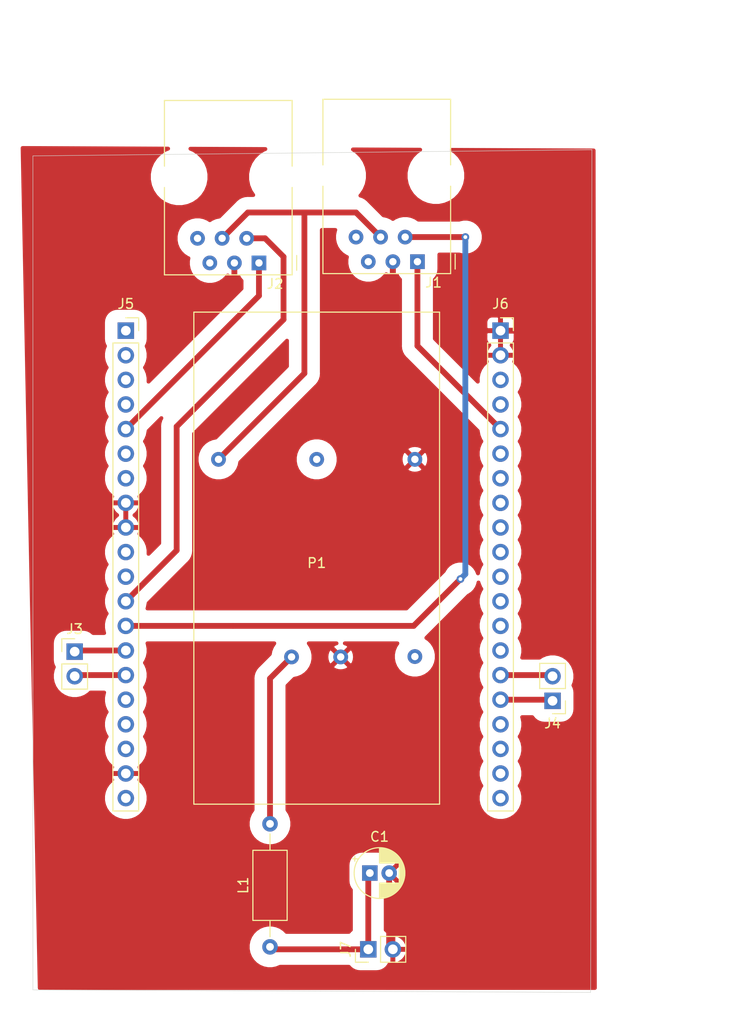
<source format=kicad_pcb>
(kicad_pcb (version 20171130) (host pcbnew 5.1.5+dfsg1-2build2)

  (general
    (thickness 1.6)
    (drawings 6)
    (tracks 47)
    (zones 0)
    (modules 10)
    (nets 46)
  )

  (page A4)
  (layers
    (0 F.Cu signal)
    (31 B.Cu signal)
    (32 B.Adhes user)
    (33 F.Adhes user)
    (34 B.Paste user)
    (35 F.Paste user)
    (36 B.SilkS user)
    (37 F.SilkS user)
    (38 B.Mask user)
    (39 F.Mask user)
    (40 Dwgs.User user)
    (41 Cmts.User user)
    (42 Eco1.User user)
    (43 Eco2.User user)
    (44 Edge.Cuts user)
    (45 Margin user)
    (46 B.CrtYd user)
    (47 F.CrtYd user)
    (48 B.Fab user)
    (49 F.Fab user)
  )

  (setup
    (last_trace_width 0.25)
    (user_trace_width 0.4)
    (user_trace_width 0.6)
    (trace_clearance 0.2)
    (zone_clearance 1.3)
    (zone_45_only no)
    (trace_min 0.2)
    (via_size 0.8)
    (via_drill 0.4)
    (via_min_size 0.4)
    (via_min_drill 0.3)
    (uvia_size 0.3)
    (uvia_drill 0.1)
    (uvias_allowed no)
    (uvia_min_size 0.2)
    (uvia_min_drill 0.1)
    (edge_width 0.05)
    (segment_width 0.2)
    (pcb_text_width 0.3)
    (pcb_text_size 1.5 1.5)
    (mod_edge_width 0.12)
    (mod_text_size 1 1)
    (mod_text_width 0.15)
    (pad_size 1.7 1.7)
    (pad_drill 1)
    (pad_to_mask_clearance 0.051)
    (solder_mask_min_width 0.25)
    (aux_axis_origin 0 0)
    (visible_elements FFFFFF7F)
    (pcbplotparams
      (layerselection 0x010fc_ffffffff)
      (usegerberextensions false)
      (usegerberattributes false)
      (usegerberadvancedattributes false)
      (creategerberjobfile false)
      (excludeedgelayer true)
      (linewidth 0.100000)
      (plotframeref false)
      (viasonmask false)
      (mode 1)
      (useauxorigin false)
      (hpglpennumber 1)
      (hpglpenspeed 20)
      (hpglpendiameter 15.000000)
      (psnegative false)
      (psa4output false)
      (plotreference true)
      (plotvalue true)
      (plotinvisibletext false)
      (padsonsilk false)
      (subtractmaskfromsilk false)
      (outputformat 1)
      (mirror false)
      (drillshape 0)
      (scaleselection 1)
      (outputdirectory ""))
  )

  (net 0 "")
  (net 1 +5V)
  (net 2 GND)
  (net 3 /PB9)
  (net 4 /PB8)
  (net 5 /PB3)
  (net 6 /PA15)
  (net 7 /PA10)
  (net 8 /PA9)
  (net 9 /PB15)
  (net 10 /PB10)
  (net 11 /PB1)
  (net 12 /PB0)
  (net 13 /PA7)
  (net 14 /PA6)
  (net 15 /PA5)
  (net 16 /PA4)
  (net 17 /PA3)
  (net 18 /PA2)
  (net 19 /PC15)
  (net 20 /PC14)
  (net 21 "Net-(J5-Pad1)")
  (net 22 "Net-(J5-Pad2)")
  (net 23 "Net-(J5-Pad3)")
  (net 24 "Net-(J6-Pad20)")
  (net 25 "Net-(J6-Pad19)")
  (net 26 "Net-(J6-Pad4)")
  (net 27 /Valim)
  (net 28 "Net-(J1-Pad6)")
  (net 29 "Net-(J1-Pad5)")
  (net 30 +12V)
  (net 31 /PWM_D)
  (net 32 "Net-(J2-Pad5)")
  (net 33 "Net-(J2-Pad6)")
  (net 34 /RC_1G)
  (net 35 /RC_2G)
  (net 36 /RC_2D)
  (net 37 /RC_1D)
  (net 38 /PWM_G)
  (net 39 "Net-(J5-Pad20)")
  (net 40 /DIR_D)
  (net 41 "Net-(J6-Pad3)")
  (net 42 "Net-(L1-Pad2)")
  (net 43 "Net-(P1-Pad6)")
  (net 44 "Net-(P1-Pad4)")
  (net 45 /DIRG)

  (net_class Default "Esta es la clase de red por defecto."
    (clearance 0.2)
    (trace_width 0.25)
    (via_dia 0.8)
    (via_drill 0.4)
    (uvia_dia 0.3)
    (uvia_drill 0.1)
    (add_net +12V)
    (add_net +5V)
    (add_net /DIRG)
    (add_net /DIR_D)
    (add_net /PA10)
    (add_net /PA15)
    (add_net /PA2)
    (add_net /PA3)
    (add_net /PA4)
    (add_net /PA5)
    (add_net /PA6)
    (add_net /PA7)
    (add_net /PA9)
    (add_net /PB0)
    (add_net /PB1)
    (add_net /PB10)
    (add_net /PB15)
    (add_net /PB3)
    (add_net /PB8)
    (add_net /PB9)
    (add_net /PC14)
    (add_net /PC15)
    (add_net /PWM_D)
    (add_net /PWM_G)
    (add_net /RC_1D)
    (add_net /RC_1G)
    (add_net /RC_2D)
    (add_net /RC_2G)
    (add_net /Valim)
    (add_net GND)
    (add_net "Net-(J1-Pad5)")
    (add_net "Net-(J1-Pad6)")
    (add_net "Net-(J2-Pad5)")
    (add_net "Net-(J2-Pad6)")
    (add_net "Net-(J5-Pad1)")
    (add_net "Net-(J5-Pad2)")
    (add_net "Net-(J5-Pad20)")
    (add_net "Net-(J5-Pad3)")
    (add_net "Net-(J6-Pad19)")
    (add_net "Net-(J6-Pad20)")
    (add_net "Net-(J6-Pad3)")
    (add_net "Net-(J6-Pad4)")
    (add_net "Net-(L1-Pad2)")
    (add_net "Net-(P1-Pad4)")
    (add_net "Net-(P1-Pad6)")
  )

  (module ID_CAA_MoteurModule_v1:JCK2012S12 (layer F.Cu) (tedit 627E9008) (tstamp 627EE90F)
    (at 149.733 78.486)
    (path /6286082F)
    (fp_text reference P1 (at 0 0.5) (layer F.SilkS)
      (effects (font (size 1 1) (thickness 0.15)))
    )
    (fp_text value JCK2012S12 (at 0 -0.5) (layer F.Fab)
      (effects (font (size 1 1) (thickness 0.15)))
    )
    (fp_line (start 12.7 -25.4) (end 12.7 25.4) (layer F.SilkS) (width 0.12))
    (fp_line (start 12.7 25.4) (end -12.7 25.4) (layer F.SilkS) (width 0.12))
    (fp_line (start 12.7 -25.4) (end -12.7 -25.4) (layer F.SilkS) (width 0.12))
    (fp_line (start -12.7 -25.4) (end -12.7 25.4) (layer F.SilkS) (width 0.12))
    (pad 1 thru_hole circle (at -2.6 10.2) (size 1.524 1.524) (drill 0.762) (layers *.Cu *.Mask)
      (net 42 "Net-(L1-Pad2)"))
    (pad 2 thru_hole circle (at 2.48 10.2) (size 1.524 1.524) (drill 0.762) (layers *.Cu *.Mask)
      (net 2 GND))
    (pad 6 thru_hole circle (at 10.15 10.16) (size 1.524 1.524) (drill 0.762) (layers *.Cu *.Mask)
      (net 43 "Net-(P1-Pad6)"))
    (pad 3 thru_hole circle (at -10.15 -10.2) (size 1.524 1.524) (drill 0.762) (layers *.Cu *.Mask)
      (net 30 +12V))
    (pad 4 thru_hole circle (at 0 -10.2) (size 1.524 1.524) (drill 0.762) (layers *.Cu *.Mask)
      (net 44 "Net-(P1-Pad4)"))
    (pad 5 thru_hole circle (at 10.15 -10.2) (size 1.524 1.524) (drill 0.762) (layers *.Cu *.Mask)
      (net 2 GND))
  )

  (module Capacitor_THT:CP_Radial_D5.0mm_P2.00mm (layer F.Cu) (tedit 5AE50EF0) (tstamp 627EE814)
    (at 155.226 110.998)
    (descr "CP, Radial series, Radial, pin pitch=2.00mm, , diameter=5mm, Electrolytic Capacitor")
    (tags "CP Radial series Radial pin pitch 2.00mm  diameter 5mm Electrolytic Capacitor")
    (path /6284EF3E)
    (fp_text reference C1 (at 1 -3.75) (layer F.SilkS)
      (effects (font (size 1 1) (thickness 0.15)))
    )
    (fp_text value C (at 1 3.75) (layer F.Fab)
      (effects (font (size 1 1) (thickness 0.15)))
    )
    (fp_circle (center 1 0) (end 3.5 0) (layer F.Fab) (width 0.1))
    (fp_circle (center 1 0) (end 3.62 0) (layer F.SilkS) (width 0.12))
    (fp_circle (center 1 0) (end 3.75 0) (layer F.CrtYd) (width 0.05))
    (fp_line (start -1.133605 -1.0875) (end -0.633605 -1.0875) (layer F.Fab) (width 0.1))
    (fp_line (start -0.883605 -1.3375) (end -0.883605 -0.8375) (layer F.Fab) (width 0.1))
    (fp_line (start 1 1.04) (end 1 2.58) (layer F.SilkS) (width 0.12))
    (fp_line (start 1 -2.58) (end 1 -1.04) (layer F.SilkS) (width 0.12))
    (fp_line (start 1.04 1.04) (end 1.04 2.58) (layer F.SilkS) (width 0.12))
    (fp_line (start 1.04 -2.58) (end 1.04 -1.04) (layer F.SilkS) (width 0.12))
    (fp_line (start 1.08 -2.579) (end 1.08 -1.04) (layer F.SilkS) (width 0.12))
    (fp_line (start 1.08 1.04) (end 1.08 2.579) (layer F.SilkS) (width 0.12))
    (fp_line (start 1.12 -2.578) (end 1.12 -1.04) (layer F.SilkS) (width 0.12))
    (fp_line (start 1.12 1.04) (end 1.12 2.578) (layer F.SilkS) (width 0.12))
    (fp_line (start 1.16 -2.576) (end 1.16 -1.04) (layer F.SilkS) (width 0.12))
    (fp_line (start 1.16 1.04) (end 1.16 2.576) (layer F.SilkS) (width 0.12))
    (fp_line (start 1.2 -2.573) (end 1.2 -1.04) (layer F.SilkS) (width 0.12))
    (fp_line (start 1.2 1.04) (end 1.2 2.573) (layer F.SilkS) (width 0.12))
    (fp_line (start 1.24 -2.569) (end 1.24 -1.04) (layer F.SilkS) (width 0.12))
    (fp_line (start 1.24 1.04) (end 1.24 2.569) (layer F.SilkS) (width 0.12))
    (fp_line (start 1.28 -2.565) (end 1.28 -1.04) (layer F.SilkS) (width 0.12))
    (fp_line (start 1.28 1.04) (end 1.28 2.565) (layer F.SilkS) (width 0.12))
    (fp_line (start 1.32 -2.561) (end 1.32 -1.04) (layer F.SilkS) (width 0.12))
    (fp_line (start 1.32 1.04) (end 1.32 2.561) (layer F.SilkS) (width 0.12))
    (fp_line (start 1.36 -2.556) (end 1.36 -1.04) (layer F.SilkS) (width 0.12))
    (fp_line (start 1.36 1.04) (end 1.36 2.556) (layer F.SilkS) (width 0.12))
    (fp_line (start 1.4 -2.55) (end 1.4 -1.04) (layer F.SilkS) (width 0.12))
    (fp_line (start 1.4 1.04) (end 1.4 2.55) (layer F.SilkS) (width 0.12))
    (fp_line (start 1.44 -2.543) (end 1.44 -1.04) (layer F.SilkS) (width 0.12))
    (fp_line (start 1.44 1.04) (end 1.44 2.543) (layer F.SilkS) (width 0.12))
    (fp_line (start 1.48 -2.536) (end 1.48 -1.04) (layer F.SilkS) (width 0.12))
    (fp_line (start 1.48 1.04) (end 1.48 2.536) (layer F.SilkS) (width 0.12))
    (fp_line (start 1.52 -2.528) (end 1.52 -1.04) (layer F.SilkS) (width 0.12))
    (fp_line (start 1.52 1.04) (end 1.52 2.528) (layer F.SilkS) (width 0.12))
    (fp_line (start 1.56 -2.52) (end 1.56 -1.04) (layer F.SilkS) (width 0.12))
    (fp_line (start 1.56 1.04) (end 1.56 2.52) (layer F.SilkS) (width 0.12))
    (fp_line (start 1.6 -2.511) (end 1.6 -1.04) (layer F.SilkS) (width 0.12))
    (fp_line (start 1.6 1.04) (end 1.6 2.511) (layer F.SilkS) (width 0.12))
    (fp_line (start 1.64 -2.501) (end 1.64 -1.04) (layer F.SilkS) (width 0.12))
    (fp_line (start 1.64 1.04) (end 1.64 2.501) (layer F.SilkS) (width 0.12))
    (fp_line (start 1.68 -2.491) (end 1.68 -1.04) (layer F.SilkS) (width 0.12))
    (fp_line (start 1.68 1.04) (end 1.68 2.491) (layer F.SilkS) (width 0.12))
    (fp_line (start 1.721 -2.48) (end 1.721 -1.04) (layer F.SilkS) (width 0.12))
    (fp_line (start 1.721 1.04) (end 1.721 2.48) (layer F.SilkS) (width 0.12))
    (fp_line (start 1.761 -2.468) (end 1.761 -1.04) (layer F.SilkS) (width 0.12))
    (fp_line (start 1.761 1.04) (end 1.761 2.468) (layer F.SilkS) (width 0.12))
    (fp_line (start 1.801 -2.455) (end 1.801 -1.04) (layer F.SilkS) (width 0.12))
    (fp_line (start 1.801 1.04) (end 1.801 2.455) (layer F.SilkS) (width 0.12))
    (fp_line (start 1.841 -2.442) (end 1.841 -1.04) (layer F.SilkS) (width 0.12))
    (fp_line (start 1.841 1.04) (end 1.841 2.442) (layer F.SilkS) (width 0.12))
    (fp_line (start 1.881 -2.428) (end 1.881 -1.04) (layer F.SilkS) (width 0.12))
    (fp_line (start 1.881 1.04) (end 1.881 2.428) (layer F.SilkS) (width 0.12))
    (fp_line (start 1.921 -2.414) (end 1.921 -1.04) (layer F.SilkS) (width 0.12))
    (fp_line (start 1.921 1.04) (end 1.921 2.414) (layer F.SilkS) (width 0.12))
    (fp_line (start 1.961 -2.398) (end 1.961 -1.04) (layer F.SilkS) (width 0.12))
    (fp_line (start 1.961 1.04) (end 1.961 2.398) (layer F.SilkS) (width 0.12))
    (fp_line (start 2.001 -2.382) (end 2.001 -1.04) (layer F.SilkS) (width 0.12))
    (fp_line (start 2.001 1.04) (end 2.001 2.382) (layer F.SilkS) (width 0.12))
    (fp_line (start 2.041 -2.365) (end 2.041 -1.04) (layer F.SilkS) (width 0.12))
    (fp_line (start 2.041 1.04) (end 2.041 2.365) (layer F.SilkS) (width 0.12))
    (fp_line (start 2.081 -2.348) (end 2.081 -1.04) (layer F.SilkS) (width 0.12))
    (fp_line (start 2.081 1.04) (end 2.081 2.348) (layer F.SilkS) (width 0.12))
    (fp_line (start 2.121 -2.329) (end 2.121 -1.04) (layer F.SilkS) (width 0.12))
    (fp_line (start 2.121 1.04) (end 2.121 2.329) (layer F.SilkS) (width 0.12))
    (fp_line (start 2.161 -2.31) (end 2.161 -1.04) (layer F.SilkS) (width 0.12))
    (fp_line (start 2.161 1.04) (end 2.161 2.31) (layer F.SilkS) (width 0.12))
    (fp_line (start 2.201 -2.29) (end 2.201 -1.04) (layer F.SilkS) (width 0.12))
    (fp_line (start 2.201 1.04) (end 2.201 2.29) (layer F.SilkS) (width 0.12))
    (fp_line (start 2.241 -2.268) (end 2.241 -1.04) (layer F.SilkS) (width 0.12))
    (fp_line (start 2.241 1.04) (end 2.241 2.268) (layer F.SilkS) (width 0.12))
    (fp_line (start 2.281 -2.247) (end 2.281 -1.04) (layer F.SilkS) (width 0.12))
    (fp_line (start 2.281 1.04) (end 2.281 2.247) (layer F.SilkS) (width 0.12))
    (fp_line (start 2.321 -2.224) (end 2.321 -1.04) (layer F.SilkS) (width 0.12))
    (fp_line (start 2.321 1.04) (end 2.321 2.224) (layer F.SilkS) (width 0.12))
    (fp_line (start 2.361 -2.2) (end 2.361 -1.04) (layer F.SilkS) (width 0.12))
    (fp_line (start 2.361 1.04) (end 2.361 2.2) (layer F.SilkS) (width 0.12))
    (fp_line (start 2.401 -2.175) (end 2.401 -1.04) (layer F.SilkS) (width 0.12))
    (fp_line (start 2.401 1.04) (end 2.401 2.175) (layer F.SilkS) (width 0.12))
    (fp_line (start 2.441 -2.149) (end 2.441 -1.04) (layer F.SilkS) (width 0.12))
    (fp_line (start 2.441 1.04) (end 2.441 2.149) (layer F.SilkS) (width 0.12))
    (fp_line (start 2.481 -2.122) (end 2.481 -1.04) (layer F.SilkS) (width 0.12))
    (fp_line (start 2.481 1.04) (end 2.481 2.122) (layer F.SilkS) (width 0.12))
    (fp_line (start 2.521 -2.095) (end 2.521 -1.04) (layer F.SilkS) (width 0.12))
    (fp_line (start 2.521 1.04) (end 2.521 2.095) (layer F.SilkS) (width 0.12))
    (fp_line (start 2.561 -2.065) (end 2.561 -1.04) (layer F.SilkS) (width 0.12))
    (fp_line (start 2.561 1.04) (end 2.561 2.065) (layer F.SilkS) (width 0.12))
    (fp_line (start 2.601 -2.035) (end 2.601 -1.04) (layer F.SilkS) (width 0.12))
    (fp_line (start 2.601 1.04) (end 2.601 2.035) (layer F.SilkS) (width 0.12))
    (fp_line (start 2.641 -2.004) (end 2.641 -1.04) (layer F.SilkS) (width 0.12))
    (fp_line (start 2.641 1.04) (end 2.641 2.004) (layer F.SilkS) (width 0.12))
    (fp_line (start 2.681 -1.971) (end 2.681 -1.04) (layer F.SilkS) (width 0.12))
    (fp_line (start 2.681 1.04) (end 2.681 1.971) (layer F.SilkS) (width 0.12))
    (fp_line (start 2.721 -1.937) (end 2.721 -1.04) (layer F.SilkS) (width 0.12))
    (fp_line (start 2.721 1.04) (end 2.721 1.937) (layer F.SilkS) (width 0.12))
    (fp_line (start 2.761 -1.901) (end 2.761 -1.04) (layer F.SilkS) (width 0.12))
    (fp_line (start 2.761 1.04) (end 2.761 1.901) (layer F.SilkS) (width 0.12))
    (fp_line (start 2.801 -1.864) (end 2.801 -1.04) (layer F.SilkS) (width 0.12))
    (fp_line (start 2.801 1.04) (end 2.801 1.864) (layer F.SilkS) (width 0.12))
    (fp_line (start 2.841 -1.826) (end 2.841 -1.04) (layer F.SilkS) (width 0.12))
    (fp_line (start 2.841 1.04) (end 2.841 1.826) (layer F.SilkS) (width 0.12))
    (fp_line (start 2.881 -1.785) (end 2.881 -1.04) (layer F.SilkS) (width 0.12))
    (fp_line (start 2.881 1.04) (end 2.881 1.785) (layer F.SilkS) (width 0.12))
    (fp_line (start 2.921 -1.743) (end 2.921 -1.04) (layer F.SilkS) (width 0.12))
    (fp_line (start 2.921 1.04) (end 2.921 1.743) (layer F.SilkS) (width 0.12))
    (fp_line (start 2.961 -1.699) (end 2.961 -1.04) (layer F.SilkS) (width 0.12))
    (fp_line (start 2.961 1.04) (end 2.961 1.699) (layer F.SilkS) (width 0.12))
    (fp_line (start 3.001 -1.653) (end 3.001 -1.04) (layer F.SilkS) (width 0.12))
    (fp_line (start 3.001 1.04) (end 3.001 1.653) (layer F.SilkS) (width 0.12))
    (fp_line (start 3.041 -1.605) (end 3.041 1.605) (layer F.SilkS) (width 0.12))
    (fp_line (start 3.081 -1.554) (end 3.081 1.554) (layer F.SilkS) (width 0.12))
    (fp_line (start 3.121 -1.5) (end 3.121 1.5) (layer F.SilkS) (width 0.12))
    (fp_line (start 3.161 -1.443) (end 3.161 1.443) (layer F.SilkS) (width 0.12))
    (fp_line (start 3.201 -1.383) (end 3.201 1.383) (layer F.SilkS) (width 0.12))
    (fp_line (start 3.241 -1.319) (end 3.241 1.319) (layer F.SilkS) (width 0.12))
    (fp_line (start 3.281 -1.251) (end 3.281 1.251) (layer F.SilkS) (width 0.12))
    (fp_line (start 3.321 -1.178) (end 3.321 1.178) (layer F.SilkS) (width 0.12))
    (fp_line (start 3.361 -1.098) (end 3.361 1.098) (layer F.SilkS) (width 0.12))
    (fp_line (start 3.401 -1.011) (end 3.401 1.011) (layer F.SilkS) (width 0.12))
    (fp_line (start 3.441 -0.915) (end 3.441 0.915) (layer F.SilkS) (width 0.12))
    (fp_line (start 3.481 -0.805) (end 3.481 0.805) (layer F.SilkS) (width 0.12))
    (fp_line (start 3.521 -0.677) (end 3.521 0.677) (layer F.SilkS) (width 0.12))
    (fp_line (start 3.561 -0.518) (end 3.561 0.518) (layer F.SilkS) (width 0.12))
    (fp_line (start 3.601 -0.284) (end 3.601 0.284) (layer F.SilkS) (width 0.12))
    (fp_line (start -1.804775 -1.475) (end -1.304775 -1.475) (layer F.SilkS) (width 0.12))
    (fp_line (start -1.554775 -1.725) (end -1.554775 -1.225) (layer F.SilkS) (width 0.12))
    (fp_text user %R (at 1 0) (layer F.Fab)
      (effects (font (size 1 1) (thickness 0.15)))
    )
    (pad 1 thru_hole rect (at 0 0) (size 1.6 1.6) (drill 0.8) (layers *.Cu *.Mask)
      (net 27 /Valim))
    (pad 2 thru_hole circle (at 2 0) (size 1.6 1.6) (drill 0.8) (layers *.Cu *.Mask)
      (net 2 GND))
    (model ${KISYS3DMOD}/Capacitor_THT.3dshapes/CP_Radial_D5.0mm_P2.00mm.wrl
      (at (xyz 0 0 0))
      (scale (xyz 1 1 1))
      (rotate (xyz 0 0 0))
    )
  )

  (module Connector_RJ:RJ12_Amphenol_54601 (layer F.Cu) (tedit 5AE2E32D) (tstamp 627EE836)
    (at 160.147 47.879 180)
    (descr "RJ12 connector  https://cdn.amphenol-icc.com/media/wysiwyg/files/drawing/c-bmj-0082.pdf")
    (tags "RJ12 connector")
    (path /624EDE82)
    (fp_text reference J1 (at -1.67 -2.16) (layer F.SilkS)
      (effects (font (size 1 1) (thickness 0.15)))
    )
    (fp_text value RJ12 (at 3.54 18.3) (layer F.Fab)
      (effects (font (size 1 1) (thickness 0.15)))
    )
    (fp_line (start -3.43 -0.48) (end -3.43 -1.23) (layer F.Fab) (width 0.1))
    (fp_line (start -2.93 0.02) (end -3.43 -0.48) (layer F.Fab) (width 0.1))
    (fp_line (start -3.43 0.52) (end -2.93 0.02) (layer F.Fab) (width 0.1))
    (fp_line (start -3.9 0.77) (end -3.9 -0.76) (layer F.SilkS) (width 0.12))
    (fp_line (start -3.43 7.79) (end -3.43 -1.23) (layer F.SilkS) (width 0.12))
    (fp_line (start -3.43 7.72) (end -3.43 7.79) (layer F.SilkS) (width 0.1))
    (fp_line (start -3.43 16.77) (end -3.43 9.99) (layer F.SilkS) (width 0.12))
    (fp_line (start 9.77 16.77) (end -3.43 16.77) (layer F.SilkS) (width 0.12))
    (fp_line (start 9.77 16.76) (end 9.77 16.77) (layer F.SilkS) (width 0.1))
    (fp_line (start 9.77 16.77) (end 9.77 9.99) (layer F.SilkS) (width 0.12))
    (fp_line (start 9.77 16.65) (end 9.77 16.77) (layer F.SilkS) (width 0.1))
    (fp_line (start 9.77 -1.23) (end 9.77 7.79) (layer F.SilkS) (width 0.12))
    (fp_line (start -3.43 -1.23) (end 9.77 -1.23) (layer F.SilkS) (width 0.12))
    (fp_line (start -4.04 17.27) (end -4.04 -1.73) (layer F.CrtYd) (width 0.05))
    (fp_line (start 10.38 17.27) (end -4.04 17.27) (layer F.CrtYd) (width 0.05))
    (fp_line (start 10.38 -1.73) (end 10.38 17.27) (layer F.CrtYd) (width 0.05))
    (fp_line (start -4.04 -1.73) (end 10.38 -1.73) (layer F.CrtYd) (width 0.05))
    (fp_line (start 9.77 16.77) (end -3.43 16.77) (layer F.Fab) (width 0.1))
    (fp_line (start 9.77 -1.23) (end 9.77 16.77) (layer F.Fab) (width 0.1))
    (fp_line (start -3.43 -1.23) (end 9.77 -1.23) (layer F.Fab) (width 0.1))
    (fp_line (start -3.43 16.77) (end -3.43 0.52) (layer F.Fab) (width 0.1))
    (fp_text user %R (at 3.16 7.76) (layer F.Fab)
      (effects (font (size 1 1) (thickness 0.15)))
    )
    (pad "" np_thru_hole circle (at 8.25 8.89 180) (size 3.25 3.25) (drill 3.25) (layers *.Cu *.Mask))
    (pad 6 thru_hole circle (at 6.35 2.54 180) (size 1.52 1.52) (drill 0.76) (layers *.Cu *.Mask)
      (net 28 "Net-(J1-Pad6)"))
    (pad 5 thru_hole circle (at 5.08 0 180) (size 1.52 1.52) (drill 0.76) (layers *.Cu *.Mask)
      (net 29 "Net-(J1-Pad5)"))
    (pad 4 thru_hole circle (at 3.81 2.54 180) (size 1.52 1.52) (drill 0.76) (layers *.Cu *.Mask)
      (net 30 +12V))
    (pad 3 thru_hole circle (at 2.54 0 180) (size 1.52 1.52) (drill 0.76) (layers *.Cu *.Mask)
      (net 2 GND))
    (pad 2 thru_hole circle (at 1.27 2.54 180) (size 1.52 1.52) (drill 0.76) (layers *.Cu *.Mask)
      (net 31 /PWM_D))
    (pad "" np_thru_hole circle (at -1.91 8.89 180) (size 3.25 3.25) (drill 3.25) (layers *.Cu *.Mask))
    (pad 1 thru_hole rect (at 0 0 180) (size 1.52 1.52) (drill 0.76) (layers *.Cu *.Mask)
      (net 40 /DIR_D))
    (model ${KISYS3DMOD}/Connector_RJ.3dshapes/RJ12_Amphenol_54601.wrl
      (at (xyz 0 0 0))
      (scale (xyz 1 1 1))
      (rotate (xyz 0 0 0))
    )
  )

  (module Connector_RJ:RJ12_Amphenol_54601 (layer F.Cu) (tedit 5AE2E32D) (tstamp 627EE858)
    (at 143.764 48.006 180)
    (descr "RJ12 connector  https://cdn.amphenol-icc.com/media/wysiwyg/files/drawing/c-bmj-0082.pdf")
    (tags "RJ12 connector")
    (path /628813E5)
    (fp_text reference J2 (at -1.67 -2.16) (layer F.SilkS)
      (effects (font (size 1 1) (thickness 0.15)))
    )
    (fp_text value RJ12 (at 3.54 18.3) (layer F.Fab)
      (effects (font (size 1 1) (thickness 0.15)))
    )
    (fp_text user %R (at 3.16 7.76) (layer F.Fab)
      (effects (font (size 1 1) (thickness 0.15)))
    )
    (fp_line (start -3.43 16.77) (end -3.43 0.52) (layer F.Fab) (width 0.1))
    (fp_line (start -3.43 -1.23) (end 9.77 -1.23) (layer F.Fab) (width 0.1))
    (fp_line (start 9.77 -1.23) (end 9.77 16.77) (layer F.Fab) (width 0.1))
    (fp_line (start 9.77 16.77) (end -3.43 16.77) (layer F.Fab) (width 0.1))
    (fp_line (start -4.04 -1.73) (end 10.38 -1.73) (layer F.CrtYd) (width 0.05))
    (fp_line (start 10.38 -1.73) (end 10.38 17.27) (layer F.CrtYd) (width 0.05))
    (fp_line (start 10.38 17.27) (end -4.04 17.27) (layer F.CrtYd) (width 0.05))
    (fp_line (start -4.04 17.27) (end -4.04 -1.73) (layer F.CrtYd) (width 0.05))
    (fp_line (start -3.43 -1.23) (end 9.77 -1.23) (layer F.SilkS) (width 0.12))
    (fp_line (start 9.77 -1.23) (end 9.77 7.79) (layer F.SilkS) (width 0.12))
    (fp_line (start 9.77 16.65) (end 9.77 16.77) (layer F.SilkS) (width 0.1))
    (fp_line (start 9.77 16.77) (end 9.77 9.99) (layer F.SilkS) (width 0.12))
    (fp_line (start 9.77 16.76) (end 9.77 16.77) (layer F.SilkS) (width 0.1))
    (fp_line (start 9.77 16.77) (end -3.43 16.77) (layer F.SilkS) (width 0.12))
    (fp_line (start -3.43 16.77) (end -3.43 9.99) (layer F.SilkS) (width 0.12))
    (fp_line (start -3.43 7.72) (end -3.43 7.79) (layer F.SilkS) (width 0.1))
    (fp_line (start -3.43 7.79) (end -3.43 -1.23) (layer F.SilkS) (width 0.12))
    (fp_line (start -3.9 0.77) (end -3.9 -0.76) (layer F.SilkS) (width 0.12))
    (fp_line (start -3.43 0.52) (end -2.93 0.02) (layer F.Fab) (width 0.1))
    (fp_line (start -2.93 0.02) (end -3.43 -0.48) (layer F.Fab) (width 0.1))
    (fp_line (start -3.43 -0.48) (end -3.43 -1.23) (layer F.Fab) (width 0.1))
    (pad 1 thru_hole rect (at 0 0 180) (size 1.52 1.52) (drill 0.76) (layers *.Cu *.Mask)
      (net 45 /DIRG))
    (pad "" np_thru_hole circle (at -1.91 8.89 180) (size 3.25 3.25) (drill 3.25) (layers *.Cu *.Mask))
    (pad 2 thru_hole circle (at 1.27 2.54 180) (size 1.52 1.52) (drill 0.76) (layers *.Cu *.Mask)
      (net 38 /PWM_G))
    (pad 3 thru_hole circle (at 2.54 0 180) (size 1.52 1.52) (drill 0.76) (layers *.Cu *.Mask)
      (net 2 GND))
    (pad 4 thru_hole circle (at 3.81 2.54 180) (size 1.52 1.52) (drill 0.76) (layers *.Cu *.Mask)
      (net 30 +12V))
    (pad 5 thru_hole circle (at 5.08 0 180) (size 1.52 1.52) (drill 0.76) (layers *.Cu *.Mask)
      (net 32 "Net-(J2-Pad5)"))
    (pad 6 thru_hole circle (at 6.35 2.54 180) (size 1.52 1.52) (drill 0.76) (layers *.Cu *.Mask)
      (net 33 "Net-(J2-Pad6)"))
    (pad "" np_thru_hole circle (at 8.25 8.89 180) (size 3.25 3.25) (drill 3.25) (layers *.Cu *.Mask))
    (model ${KISYS3DMOD}/Connector_RJ.3dshapes/RJ12_Amphenol_54601.wrl
      (at (xyz 0 0 0))
      (scale (xyz 1 1 1))
      (rotate (xyz 0 0 0))
    )
  )

  (module Connector_PinHeader_2.54mm:PinHeader_1x02_P2.54mm_Vertical (layer F.Cu) (tedit 59FED5CC) (tstamp 627EE86E)
    (at 124.714 88.138)
    (descr "Through hole straight pin header, 1x02, 2.54mm pitch, single row")
    (tags "Through hole pin header THT 1x02 2.54mm single row")
    (path /6288BD9B)
    (fp_text reference J3 (at 0 -2.33) (layer F.SilkS)
      (effects (font (size 1 1) (thickness 0.15)))
    )
    (fp_text value Conn_01x02_Female (at 0 4.87) (layer F.Fab)
      (effects (font (size 1 1) (thickness 0.15)))
    )
    (fp_line (start -0.635 -1.27) (end 1.27 -1.27) (layer F.Fab) (width 0.1))
    (fp_line (start 1.27 -1.27) (end 1.27 3.81) (layer F.Fab) (width 0.1))
    (fp_line (start 1.27 3.81) (end -1.27 3.81) (layer F.Fab) (width 0.1))
    (fp_line (start -1.27 3.81) (end -1.27 -0.635) (layer F.Fab) (width 0.1))
    (fp_line (start -1.27 -0.635) (end -0.635 -1.27) (layer F.Fab) (width 0.1))
    (fp_line (start -1.33 3.87) (end 1.33 3.87) (layer F.SilkS) (width 0.12))
    (fp_line (start -1.33 1.27) (end -1.33 3.87) (layer F.SilkS) (width 0.12))
    (fp_line (start 1.33 1.27) (end 1.33 3.87) (layer F.SilkS) (width 0.12))
    (fp_line (start -1.33 1.27) (end 1.33 1.27) (layer F.SilkS) (width 0.12))
    (fp_line (start -1.33 0) (end -1.33 -1.33) (layer F.SilkS) (width 0.12))
    (fp_line (start -1.33 -1.33) (end 0 -1.33) (layer F.SilkS) (width 0.12))
    (fp_line (start -1.8 -1.8) (end -1.8 4.35) (layer F.CrtYd) (width 0.05))
    (fp_line (start -1.8 4.35) (end 1.8 4.35) (layer F.CrtYd) (width 0.05))
    (fp_line (start 1.8 4.35) (end 1.8 -1.8) (layer F.CrtYd) (width 0.05))
    (fp_line (start 1.8 -1.8) (end -1.8 -1.8) (layer F.CrtYd) (width 0.05))
    (fp_text user %R (at 0 1.27 90) (layer F.Fab)
      (effects (font (size 1 1) (thickness 0.15)))
    )
    (pad 1 thru_hole rect (at 0 0) (size 1.7 1.7) (drill 1) (layers *.Cu *.Mask)
      (net 34 /RC_1G))
    (pad 2 thru_hole oval (at 0 2.54) (size 1.7 1.7) (drill 1) (layers *.Cu *.Mask)
      (net 35 /RC_2G))
    (model ${KISYS3DMOD}/Connector_PinHeader_2.54mm.3dshapes/PinHeader_1x02_P2.54mm_Vertical.wrl
      (at (xyz 0 0 0))
      (scale (xyz 1 1 1))
      (rotate (xyz 0 0 0))
    )
  )

  (module Connector_PinHeader_2.54mm:PinHeader_1x02_P2.54mm_Vertical (layer F.Cu) (tedit 59FED5CC) (tstamp 627EE884)
    (at 174.117 93.218 180)
    (descr "Through hole straight pin header, 1x02, 2.54mm pitch, single row")
    (tags "Through hole pin header THT 1x02 2.54mm single row")
    (path /628853C1)
    (fp_text reference J4 (at 0 -2.33) (layer F.SilkS)
      (effects (font (size 1 1) (thickness 0.15)))
    )
    (fp_text value Conn_01x02_Female (at 0 4.87) (layer F.Fab)
      (effects (font (size 1 1) (thickness 0.15)))
    )
    (fp_text user %R (at 0 1.27 90) (layer F.Fab)
      (effects (font (size 1 1) (thickness 0.15)))
    )
    (fp_line (start 1.8 -1.8) (end -1.8 -1.8) (layer F.CrtYd) (width 0.05))
    (fp_line (start 1.8 4.35) (end 1.8 -1.8) (layer F.CrtYd) (width 0.05))
    (fp_line (start -1.8 4.35) (end 1.8 4.35) (layer F.CrtYd) (width 0.05))
    (fp_line (start -1.8 -1.8) (end -1.8 4.35) (layer F.CrtYd) (width 0.05))
    (fp_line (start -1.33 -1.33) (end 0 -1.33) (layer F.SilkS) (width 0.12))
    (fp_line (start -1.33 0) (end -1.33 -1.33) (layer F.SilkS) (width 0.12))
    (fp_line (start -1.33 1.27) (end 1.33 1.27) (layer F.SilkS) (width 0.12))
    (fp_line (start 1.33 1.27) (end 1.33 3.87) (layer F.SilkS) (width 0.12))
    (fp_line (start -1.33 1.27) (end -1.33 3.87) (layer F.SilkS) (width 0.12))
    (fp_line (start -1.33 3.87) (end 1.33 3.87) (layer F.SilkS) (width 0.12))
    (fp_line (start -1.27 -0.635) (end -0.635 -1.27) (layer F.Fab) (width 0.1))
    (fp_line (start -1.27 3.81) (end -1.27 -0.635) (layer F.Fab) (width 0.1))
    (fp_line (start 1.27 3.81) (end -1.27 3.81) (layer F.Fab) (width 0.1))
    (fp_line (start 1.27 -1.27) (end 1.27 3.81) (layer F.Fab) (width 0.1))
    (fp_line (start -0.635 -1.27) (end 1.27 -1.27) (layer F.Fab) (width 0.1))
    (pad 2 thru_hole oval (at 0 2.54 180) (size 1.7 1.7) (drill 1) (layers *.Cu *.Mask)
      (net 36 /RC_2D))
    (pad 1 thru_hole rect (at 0 0 180) (size 1.7 1.7) (drill 1) (layers *.Cu *.Mask)
      (net 37 /RC_1D))
    (model ${KISYS3DMOD}/Connector_PinHeader_2.54mm.3dshapes/PinHeader_1x02_P2.54mm_Vertical.wrl
      (at (xyz 0 0 0))
      (scale (xyz 1 1 1))
      (rotate (xyz 0 0 0))
    )
  )

  (module Connector_PinSocket_2.54mm:PinSocket_1x20_P2.54mm_Vertical (layer F.Cu) (tedit 5A19A41E) (tstamp 627EE8AC)
    (at 130 55)
    (descr "Through hole straight socket strip, 1x20, 2.54mm pitch, single row (from Kicad 4.0.7), script generated")
    (tags "Through hole socket strip THT 1x20 2.54mm single row")
    (path /625CB0BD)
    (fp_text reference J5 (at 0 -2.77) (layer F.SilkS)
      (effects (font (size 1 1) (thickness 0.15)))
    )
    (fp_text value "Connecteur sortie Gauche" (at 0 51.03) (layer F.Fab)
      (effects (font (size 1 1) (thickness 0.15)))
    )
    (fp_line (start -1.27 -1.27) (end 0.635 -1.27) (layer F.Fab) (width 0.1))
    (fp_line (start 0.635 -1.27) (end 1.27 -0.635) (layer F.Fab) (width 0.1))
    (fp_line (start 1.27 -0.635) (end 1.27 49.53) (layer F.Fab) (width 0.1))
    (fp_line (start 1.27 49.53) (end -1.27 49.53) (layer F.Fab) (width 0.1))
    (fp_line (start -1.27 49.53) (end -1.27 -1.27) (layer F.Fab) (width 0.1))
    (fp_line (start -1.33 1.27) (end 1.33 1.27) (layer F.SilkS) (width 0.12))
    (fp_line (start -1.33 1.27) (end -1.33 49.59) (layer F.SilkS) (width 0.12))
    (fp_line (start -1.33 49.59) (end 1.33 49.59) (layer F.SilkS) (width 0.12))
    (fp_line (start 1.33 1.27) (end 1.33 49.59) (layer F.SilkS) (width 0.12))
    (fp_line (start 1.33 -1.33) (end 1.33 0) (layer F.SilkS) (width 0.12))
    (fp_line (start 0 -1.33) (end 1.33 -1.33) (layer F.SilkS) (width 0.12))
    (fp_line (start -1.8 -1.8) (end 1.75 -1.8) (layer F.CrtYd) (width 0.05))
    (fp_line (start 1.75 -1.8) (end 1.75 50) (layer F.CrtYd) (width 0.05))
    (fp_line (start 1.75 50) (end -1.8 50) (layer F.CrtYd) (width 0.05))
    (fp_line (start -1.8 50) (end -1.8 -1.8) (layer F.CrtYd) (width 0.05))
    (fp_text user %R (at 0 24.13 90) (layer F.Fab)
      (effects (font (size 1 1) (thickness 0.15)))
    )
    (pad 1 thru_hole rect (at 0 0) (size 1.7 1.7) (drill 1) (layers *.Cu *.Mask)
      (net 21 "Net-(J5-Pad1)"))
    (pad 2 thru_hole oval (at 0 2.54) (size 1.7 1.7) (drill 1) (layers *.Cu *.Mask)
      (net 22 "Net-(J5-Pad2)"))
    (pad 3 thru_hole oval (at 0 5.08) (size 1.7 1.7) (drill 1) (layers *.Cu *.Mask)
      (net 23 "Net-(J5-Pad3)"))
    (pad 4 thru_hole oval (at 0 7.62) (size 1.7 1.7) (drill 1) (layers *.Cu *.Mask)
      (net 9 /PB15))
    (pad 5 thru_hole oval (at 0 10.16) (size 1.7 1.7) (drill 1) (layers *.Cu *.Mask)
      (net 45 /DIRG))
    (pad 6 thru_hole oval (at 0 12.7) (size 1.7 1.7) (drill 1) (layers *.Cu *.Mask)
      (net 8 /PA9))
    (pad 7 thru_hole oval (at 0 15.24) (size 1.7 1.7) (drill 1) (layers *.Cu *.Mask)
      (net 7 /PA10))
    (pad 8 thru_hole oval (at 0 17.78) (size 1.7 1.7) (drill 1) (layers *.Cu *.Mask)
      (net 2 GND))
    (pad 9 thru_hole oval (at 0 20.32) (size 1.7 1.7) (drill 1) (layers *.Cu *.Mask)
      (net 2 GND))
    (pad 10 thru_hole oval (at 0 22.86) (size 1.7 1.7) (drill 1) (layers *.Cu *.Mask)
      (net 6 /PA15))
    (pad 11 thru_hole oval (at 0 25.4) (size 1.7 1.7) (drill 1) (layers *.Cu *.Mask)
      (net 5 /PB3))
    (pad 12 thru_hole oval (at 0 27.94) (size 1.7 1.7) (drill 1) (layers *.Cu *.Mask)
      (net 38 /PWM_G))
    (pad 13 thru_hole oval (at 0 30.48) (size 1.7 1.7) (drill 1) (layers *.Cu *.Mask)
      (net 31 /PWM_D))
    (pad 14 thru_hole oval (at 0 33.02) (size 1.7 1.7) (drill 1) (layers *.Cu *.Mask)
      (net 34 /RC_1G))
    (pad 15 thru_hole oval (at 0 35.56) (size 1.7 1.7) (drill 1) (layers *.Cu *.Mask)
      (net 35 /RC_2G))
    (pad 16 thru_hole oval (at 0 38.1) (size 1.7 1.7) (drill 1) (layers *.Cu *.Mask)
      (net 4 /PB8))
    (pad 17 thru_hole oval (at 0 40.64) (size 1.7 1.7) (drill 1) (layers *.Cu *.Mask)
      (net 3 /PB9))
    (pad 18 thru_hole oval (at 0 43.18) (size 1.7 1.7) (drill 1) (layers *.Cu *.Mask)
      (net 1 +5V))
    (pad 19 thru_hole oval (at 0 45.72) (size 1.7 1.7) (drill 1) (layers *.Cu *.Mask)
      (net 2 GND))
    (pad 20 thru_hole oval (at 0 48.26) (size 1.7 1.7) (drill 1) (layers *.Cu *.Mask)
      (net 39 "Net-(J5-Pad20)"))
    (model ${KISYS3DMOD}/Connector_PinSocket_2.54mm.3dshapes/PinSocket_1x20_P2.54mm_Vertical.wrl
      (at (xyz 0 0 0))
      (scale (xyz 1 1 1))
      (rotate (xyz 0 0 0))
    )
  )

  (module Connector_PinSocket_2.54mm:PinSocket_1x20_P2.54mm_Vertical (layer F.Cu) (tedit 5A19A41E) (tstamp 627EE8D4)
    (at 168.735 55)
    (descr "Through hole straight socket strip, 1x20, 2.54mm pitch, single row (from Kicad 4.0.7), script generated")
    (tags "Through hole socket strip THT 1x20 2.54mm single row")
    (path /625D301D)
    (fp_text reference J6 (at 0 -2.77) (layer F.SilkS)
      (effects (font (size 1 1) (thickness 0.15)))
    )
    (fp_text value "Connecteur sortie Droit" (at 0 51.03) (layer F.Fab)
      (effects (font (size 1 1) (thickness 0.15)))
    )
    (fp_text user %R (at 0 24.13 90) (layer F.Fab)
      (effects (font (size 1 1) (thickness 0.15)))
    )
    (fp_line (start -1.8 50) (end -1.8 -1.8) (layer F.CrtYd) (width 0.05))
    (fp_line (start 1.75 50) (end -1.8 50) (layer F.CrtYd) (width 0.05))
    (fp_line (start 1.75 -1.8) (end 1.75 50) (layer F.CrtYd) (width 0.05))
    (fp_line (start -1.8 -1.8) (end 1.75 -1.8) (layer F.CrtYd) (width 0.05))
    (fp_line (start 0 -1.33) (end 1.33 -1.33) (layer F.SilkS) (width 0.12))
    (fp_line (start 1.33 -1.33) (end 1.33 0) (layer F.SilkS) (width 0.12))
    (fp_line (start 1.33 1.27) (end 1.33 49.59) (layer F.SilkS) (width 0.12))
    (fp_line (start -1.33 49.59) (end 1.33 49.59) (layer F.SilkS) (width 0.12))
    (fp_line (start -1.33 1.27) (end -1.33 49.59) (layer F.SilkS) (width 0.12))
    (fp_line (start -1.33 1.27) (end 1.33 1.27) (layer F.SilkS) (width 0.12))
    (fp_line (start -1.27 49.53) (end -1.27 -1.27) (layer F.Fab) (width 0.1))
    (fp_line (start 1.27 49.53) (end -1.27 49.53) (layer F.Fab) (width 0.1))
    (fp_line (start 1.27 -0.635) (end 1.27 49.53) (layer F.Fab) (width 0.1))
    (fp_line (start 0.635 -1.27) (end 1.27 -0.635) (layer F.Fab) (width 0.1))
    (fp_line (start -1.27 -1.27) (end 0.635 -1.27) (layer F.Fab) (width 0.1))
    (pad 20 thru_hole oval (at 0 48.26) (size 1.7 1.7) (drill 1) (layers *.Cu *.Mask)
      (net 24 "Net-(J6-Pad20)"))
    (pad 19 thru_hole oval (at 0 45.72) (size 1.7 1.7) (drill 1) (layers *.Cu *.Mask)
      (net 25 "Net-(J6-Pad19)"))
    (pad 18 thru_hole oval (at 0 43.18) (size 1.7 1.7) (drill 1) (layers *.Cu *.Mask)
      (net 20 /PC14))
    (pad 17 thru_hole oval (at 0 40.64) (size 1.7 1.7) (drill 1) (layers *.Cu *.Mask)
      (net 19 /PC15))
    (pad 16 thru_hole oval (at 0 38.1) (size 1.7 1.7) (drill 1) (layers *.Cu *.Mask)
      (net 37 /RC_1D))
    (pad 15 thru_hole oval (at 0 35.56) (size 1.7 1.7) (drill 1) (layers *.Cu *.Mask)
      (net 36 /RC_2D))
    (pad 14 thru_hole oval (at 0 33.02) (size 1.7 1.7) (drill 1) (layers *.Cu *.Mask)
      (net 18 /PA2))
    (pad 13 thru_hole oval (at 0 30.48) (size 1.7 1.7) (drill 1) (layers *.Cu *.Mask)
      (net 17 /PA3))
    (pad 12 thru_hole oval (at 0 27.94) (size 1.7 1.7) (drill 1) (layers *.Cu *.Mask)
      (net 16 /PA4))
    (pad 11 thru_hole oval (at 0 25.4) (size 1.7 1.7) (drill 1) (layers *.Cu *.Mask)
      (net 15 /PA5))
    (pad 10 thru_hole oval (at 0 22.86) (size 1.7 1.7) (drill 1) (layers *.Cu *.Mask)
      (net 14 /PA6))
    (pad 9 thru_hole oval (at 0 20.32) (size 1.7 1.7) (drill 1) (layers *.Cu *.Mask)
      (net 13 /PA7))
    (pad 8 thru_hole oval (at 0 17.78) (size 1.7 1.7) (drill 1) (layers *.Cu *.Mask)
      (net 12 /PB0))
    (pad 7 thru_hole oval (at 0 15.24) (size 1.7 1.7) (drill 1) (layers *.Cu *.Mask)
      (net 11 /PB1))
    (pad 6 thru_hole oval (at 0 12.7) (size 1.7 1.7) (drill 1) (layers *.Cu *.Mask)
      (net 10 /PB10))
    (pad 5 thru_hole oval (at 0 10.16) (size 1.7 1.7) (drill 1) (layers *.Cu *.Mask)
      (net 40 /DIR_D))
    (pad 4 thru_hole oval (at 0 7.62) (size 1.7 1.7) (drill 1) (layers *.Cu *.Mask)
      (net 26 "Net-(J6-Pad4)"))
    (pad 3 thru_hole oval (at 0 5.08) (size 1.7 1.7) (drill 1) (layers *.Cu *.Mask)
      (net 41 "Net-(J6-Pad3)"))
    (pad 2 thru_hole oval (at 0 2.54) (size 1.7 1.7) (drill 1) (layers *.Cu *.Mask)
      (net 2 GND))
    (pad 1 thru_hole rect (at 0 0) (size 1.7 1.7) (drill 1) (layers *.Cu *.Mask)
      (net 2 GND))
    (model ${KISYS3DMOD}/Connector_PinSocket_2.54mm.3dshapes/PinSocket_1x20_P2.54mm_Vertical.wrl
      (at (xyz 0 0 0))
      (scale (xyz 1 1 1))
      (rotate (xyz 0 0 0))
    )
  )

  (module Connector_PinHeader_2.54mm:PinHeader_1x02_P2.54mm_Vertical (layer F.Cu) (tedit 59FED5CC) (tstamp 627EE8EA)
    (at 155.067 118.872 90)
    (descr "Through hole straight pin header, 1x02, 2.54mm pitch, single row")
    (tags "Through hole pin header THT 1x02 2.54mm single row")
    (path /6284F857)
    (fp_text reference J7 (at 0 -2.33 90) (layer F.SilkS)
      (effects (font (size 1 1) (thickness 0.15)))
    )
    (fp_text value Conn_01x02_Female (at 0 4.87 90) (layer F.Fab)
      (effects (font (size 1 1) (thickness 0.15)))
    )
    (fp_line (start -0.635 -1.27) (end 1.27 -1.27) (layer F.Fab) (width 0.1))
    (fp_line (start 1.27 -1.27) (end 1.27 3.81) (layer F.Fab) (width 0.1))
    (fp_line (start 1.27 3.81) (end -1.27 3.81) (layer F.Fab) (width 0.1))
    (fp_line (start -1.27 3.81) (end -1.27 -0.635) (layer F.Fab) (width 0.1))
    (fp_line (start -1.27 -0.635) (end -0.635 -1.27) (layer F.Fab) (width 0.1))
    (fp_line (start -1.33 3.87) (end 1.33 3.87) (layer F.SilkS) (width 0.12))
    (fp_line (start -1.33 1.27) (end -1.33 3.87) (layer F.SilkS) (width 0.12))
    (fp_line (start 1.33 1.27) (end 1.33 3.87) (layer F.SilkS) (width 0.12))
    (fp_line (start -1.33 1.27) (end 1.33 1.27) (layer F.SilkS) (width 0.12))
    (fp_line (start -1.33 0) (end -1.33 -1.33) (layer F.SilkS) (width 0.12))
    (fp_line (start -1.33 -1.33) (end 0 -1.33) (layer F.SilkS) (width 0.12))
    (fp_line (start -1.8 -1.8) (end -1.8 4.35) (layer F.CrtYd) (width 0.05))
    (fp_line (start -1.8 4.35) (end 1.8 4.35) (layer F.CrtYd) (width 0.05))
    (fp_line (start 1.8 4.35) (end 1.8 -1.8) (layer F.CrtYd) (width 0.05))
    (fp_line (start 1.8 -1.8) (end -1.8 -1.8) (layer F.CrtYd) (width 0.05))
    (fp_text user %R (at 2.286 2.667) (layer F.Fab)
      (effects (font (size 1 1) (thickness 0.15)))
    )
    (pad 1 thru_hole rect (at 0 0 90) (size 1.7 1.7) (drill 1) (layers *.Cu *.Mask)
      (net 27 /Valim))
    (pad 2 thru_hole oval (at 0 2.54 90) (size 1.7 1.7) (drill 1) (layers *.Cu *.Mask)
      (net 2 GND))
    (model ${KISYS3DMOD}/Connector_PinHeader_2.54mm.3dshapes/PinHeader_1x02_P2.54mm_Vertical.wrl
      (at (xyz 0 0 0))
      (scale (xyz 1 1 1))
      (rotate (xyz 0 0 0))
    )
  )

  (module Inductor_THT:L_Axial_L7.0mm_D3.3mm_P12.70mm_Horizontal_Fastron_MICC (layer F.Cu) (tedit 5AE59B05) (tstamp 627EE901)
    (at 144.907 118.618 90)
    (descr "Inductor, Axial series, Axial, Horizontal, pin pitch=12.7mm, , length*diameter=7*3.3mm^2, Fastron, MICC, http://www.fastrongroup.com/image-show/70/MICC.pdf?type=Complete-DataSheet&productType=series")
    (tags "Inductor Axial series Axial Horizontal pin pitch 12.7mm  length 7mm diameter 3.3mm Fastron MICC")
    (path /6284E145)
    (fp_text reference L1 (at 6.35 -2.77 90) (layer F.SilkS)
      (effects (font (size 1 1) (thickness 0.15)))
    )
    (fp_text value INDUCTOR (at 6.35 2.77 90) (layer F.Fab)
      (effects (font (size 1 1) (thickness 0.15)))
    )
    (fp_line (start 2.85 -1.65) (end 2.85 1.65) (layer F.Fab) (width 0.1))
    (fp_line (start 2.85 1.65) (end 9.85 1.65) (layer F.Fab) (width 0.1))
    (fp_line (start 9.85 1.65) (end 9.85 -1.65) (layer F.Fab) (width 0.1))
    (fp_line (start 9.85 -1.65) (end 2.85 -1.65) (layer F.Fab) (width 0.1))
    (fp_line (start 0 0) (end 2.85 0) (layer F.Fab) (width 0.1))
    (fp_line (start 12.7 0) (end 9.85 0) (layer F.Fab) (width 0.1))
    (fp_line (start 2.73 -1.77) (end 2.73 1.77) (layer F.SilkS) (width 0.12))
    (fp_line (start 2.73 1.77) (end 9.97 1.77) (layer F.SilkS) (width 0.12))
    (fp_line (start 9.97 1.77) (end 9.97 -1.77) (layer F.SilkS) (width 0.12))
    (fp_line (start 9.97 -1.77) (end 2.73 -1.77) (layer F.SilkS) (width 0.12))
    (fp_line (start 1.04 0) (end 2.73 0) (layer F.SilkS) (width 0.12))
    (fp_line (start 11.66 0) (end 9.97 0) (layer F.SilkS) (width 0.12))
    (fp_line (start -1.05 -1.9) (end -1.05 1.9) (layer F.CrtYd) (width 0.05))
    (fp_line (start -1.05 1.9) (end 13.75 1.9) (layer F.CrtYd) (width 0.05))
    (fp_line (start 13.75 1.9) (end 13.75 -1.9) (layer F.CrtYd) (width 0.05))
    (fp_line (start 13.75 -1.9) (end -1.05 -1.9) (layer F.CrtYd) (width 0.05))
    (fp_text user %R (at 6.35 0 90) (layer F.Fab)
      (effects (font (size 1 1) (thickness 0.15)))
    )
    (pad 1 thru_hole circle (at 0 0 90) (size 1.6 1.6) (drill 0.8) (layers *.Cu *.Mask)
      (net 27 /Valim))
    (pad 2 thru_hole oval (at 12.7 0 90) (size 1.6 1.6) (drill 0.8) (layers *.Cu *.Mask)
      (net 42 "Net-(L1-Pad2)"))
    (model ${KISYS3DMOD}/Inductor_THT.3dshapes/L_Axial_L7.0mm_D3.3mm_P12.70mm_Horizontal_Fastron_MICC.wrl
      (at (xyz 0 0 0))
      (scale (xyz 1 1 1))
      (rotate (xyz 0 0 0))
    )
  )

  (gr_line (start 120.396 123.063) (end 178.054 123.317) (layer Edge.Cuts) (width 0.05))
  (gr_line (start 120.396 36.957) (end 120.396 123.063) (layer Edge.Cuts) (width 0.05))
  (gr_line (start 178.181 36.322) (end 120.396 36.957) (layer Edge.Cuts) (width 0.05))
  (gr_line (start 178.054 123.317) (end 178.181 36.322) (layer Edge.Cuts) (width 0.05))
  (dimension 57.658 (width 0.15) (layer B.Paste)
    (gr_text "57,658 mm" (at 149.225 21.56) (layer B.Paste)
      (effects (font (size 1 1) (thickness 0.15)))
    )
    (feature1 (pts (xy 120.396 36.322) (xy 120.396 22.273579)))
    (feature2 (pts (xy 178.054 36.322) (xy 178.054 22.273579)))
    (crossbar (pts (xy 178.054 22.86) (xy 120.396 22.86)))
    (arrow1a (pts (xy 120.396 22.86) (xy 121.522504 22.273579)))
    (arrow1b (pts (xy 120.396 22.86) (xy 121.522504 23.446421)))
    (arrow2a (pts (xy 178.054 22.86) (xy 176.927496 22.273579)))
    (arrow2b (pts (xy 178.054 22.86) (xy 176.927496 23.446421)))
  )
  (dimension 86.995371 (width 0.15) (layer B.Paste)
    (gr_text "86,995 mm" (at 188.713536 79.661377 270.1672865) (layer B.Paste)
      (effects (font (size 1 1) (thickness 0.15)))
    )
    (feature1 (pts (xy 178.181 123.19) (xy 188.12696 123.160961)))
    (feature2 (pts (xy 177.927 36.195) (xy 187.87296 36.165961)))
    (crossbar (pts (xy 187.286542 36.167673) (xy 187.540542 123.162673)))
    (arrow1a (pts (xy 187.540542 123.162673) (xy 186.950835 122.037886)))
    (arrow1b (pts (xy 187.540542 123.162673) (xy 188.123671 122.034462)))
    (arrow2a (pts (xy 187.286542 36.167673) (xy 186.703413 37.295884)))
    (arrow2b (pts (xy 187.286542 36.167673) (xy 187.876249 37.29246)))
  )

  (segment (start 141.224 48.006) (end 141.224 49.276) (width 0.6) (layer F.Cu) (net 2))
  (segment (start 157.607 47.879) (end 157.607 48.953802) (width 0.6) (layer F.Cu) (net 2))
  (segment (start 157.607 47.879) (end 157.607 50.292) (width 0.6) (layer F.Cu) (net 2))
  (segment (start 157.226 118.491) (end 157.607 118.872) (width 0.6) (layer F.Cu) (net 2))
  (segment (start 157.226 110.998) (end 157.226 118.491) (width 0.6) (layer F.Cu) (net 2))
  (segment (start 168.735 55) (end 171.187 55) (width 0.6) (layer F.Cu) (net 2))
  (segment (start 145.161 118.872) (end 144.907 118.618) (width 0.6) (layer F.Cu) (net 27))
  (segment (start 155.067 118.872) (end 145.161 118.872) (width 0.6) (layer F.Cu) (net 27))
  (segment (start 155.067 111.157) (end 155.226 110.998) (width 0.6) (layer F.Cu) (net 27))
  (segment (start 155.067 118.872) (end 155.067 111.157) (width 0.6) (layer F.Cu) (net 27))
  (segment (start 142.621 42.799) (end 139.954 45.466) (width 0.6) (layer F.Cu) (net 30))
  (segment (start 156.337 45.339) (end 153.797 42.799) (width 0.6) (layer F.Cu) (net 30))
  (segment (start 148.463 59.406) (end 139.583 68.286) (width 0.6) (layer F.Cu) (net 30))
  (segment (start 148.463 42.799) (end 148.463 59.406) (width 0.6) (layer F.Cu) (net 30))
  (segment (start 153.797 42.799) (end 148.463 42.799) (width 0.6) (layer F.Cu) (net 30))
  (segment (start 148.463 42.799) (end 142.621 42.799) (width 0.6) (layer F.Cu) (net 30))
  (segment (start 130 85.48) (end 141.088 85.48) (width 0.6) (layer F.Cu) (net 31))
  (segment (start 141.088 85.48) (end 159.757 85.48) (width 0.6) (layer F.Cu) (net 31))
  (segment (start 159.757 85.48) (end 164.592 80.645) (width 0.6) (layer F.Cu) (net 31))
  (segment (start 158.877 45.339) (end 165.1 45.339) (width 0.6) (layer F.Cu) (net 31))
  (segment (start 165.1 45.339) (end 165.1 45.339) (width 0.6) (layer F.Cu) (net 31) (tstamp 627F0AA2))
  (via (at 165.1 45.339) (size 0.8) (drill 0.4) (layers F.Cu B.Cu) (net 31) (status 1000000))
  (segment (start 164.592 80.645) (end 164.592 80.645) (width 0.6) (layer F.Cu) (net 31) (tstamp 627F0AA4))
  (via (at 164.592 80.645) (size 0.8) (drill 0.4) (layers F.Cu B.Cu) (net 31))
  (segment (start 165.1 45.904685) (end 165.1 45.339) (width 0.6) (layer B.Cu) (net 31))
  (segment (start 165.1 80.137) (end 165.1 45.904685) (width 0.6) (layer B.Cu) (net 31))
  (segment (start 164.592 80.645) (end 165.1 80.137) (width 0.6) (layer B.Cu) (net 31))
  (segment (start 124.832 88.02) (end 124.714 88.138) (width 0.6) (layer F.Cu) (net 34))
  (segment (start 130 88.02) (end 124.832 88.02) (width 0.6) (layer F.Cu) (net 34))
  (segment (start 124.832 90.56) (end 124.714 90.678) (width 0.6) (layer F.Cu) (net 35))
  (segment (start 130 90.56) (end 124.832 90.56) (width 0.6) (layer F.Cu) (net 35))
  (segment (start 173.999 90.56) (end 174.117 90.678) (width 0.6) (layer F.Cu) (net 36))
  (segment (start 168.735 90.56) (end 173.999 90.56) (width 0.6) (layer F.Cu) (net 36))
  (segment (start 173.999 93.1) (end 174.117 93.218) (width 0.6) (layer F.Cu) (net 37))
  (segment (start 168.735 93.1) (end 173.999 93.1) (width 0.6) (layer F.Cu) (net 37))
  (segment (start 130 82.94) (end 135.255 77.685) (width 0.6) (layer F.Cu) (net 38))
  (segment (start 135.255 77.685) (end 135.255 64.897) (width 0.6) (layer F.Cu) (net 38))
  (segment (start 135.255 64.897) (end 146.304 53.848) (width 0.6) (layer F.Cu) (net 38))
  (segment (start 146.304 53.848) (end 146.304 47.371) (width 0.6) (layer F.Cu) (net 38))
  (segment (start 144.399 45.466) (end 142.494 45.466) (width 0.6) (layer F.Cu) (net 38))
  (segment (start 146.304 47.371) (end 144.399 45.466) (width 0.6) (layer F.Cu) (net 38))
  (segment (start 160.147 56.572) (end 160.147 47.879) (width 0.6) (layer F.Cu) (net 40))
  (segment (start 168.735 65.16) (end 160.147 56.572) (width 0.6) (layer F.Cu) (net 40))
  (segment (start 144.907 90.912) (end 147.133 88.686) (width 0.6) (layer F.Cu) (net 42))
  (segment (start 144.907 105.918) (end 144.907 90.912) (width 0.6) (layer F.Cu) (net 42))
  (segment (start 143.764 51.396) (end 143.764 48.006) (width 0.6) (layer F.Cu) (net 45))
  (segment (start 130 65.16) (end 143.764 51.396) (width 0.6) (layer F.Cu) (net 45))

  (zone (net 2) (net_name GND) (layer F.Cu) (tstamp 627F0B69) (hatch edge 0.508)
    (connect_pads (clearance 1.3))
    (min_thickness 0.4)
    (fill yes (arc_segments 32) (thermal_gap 0.508) (thermal_bridge_width 0.508))
    (polygon
      (pts
        (xy 178.562 36.195) (xy 178.689 123.063) (xy 120.904 123.063) (xy 119.126 35.941)
      )
    )
    (filled_polygon
      (pts
        (xy 134.372958 36.20616) (xy 134.033757 36.346661) (xy 133.521928 36.688654) (xy 133.086654 37.123928) (xy 132.744661 37.635757)
        (xy 132.509092 38.204471) (xy 132.389 38.808214) (xy 132.389 39.423786) (xy 132.509092 40.027529) (xy 132.744661 40.596243)
        (xy 133.086654 41.108072) (xy 133.521928 41.543346) (xy 134.033757 41.885339) (xy 134.602471 42.120908) (xy 135.206214 42.241)
        (xy 135.821786 42.241) (xy 136.425529 42.120908) (xy 136.994243 41.885339) (xy 137.506072 41.543346) (xy 137.941346 41.108072)
        (xy 138.283339 40.596243) (xy 138.518908 40.027529) (xy 138.639 39.423786) (xy 138.639 38.808214) (xy 138.518908 38.204471)
        (xy 138.283339 37.635757) (xy 137.941346 37.123928) (xy 137.506072 36.688654) (xy 136.994243 36.346661) (xy 136.678832 36.216014)
        (xy 144.429206 36.249135) (xy 144.193757 36.346661) (xy 143.681928 36.688654) (xy 143.246654 37.123928) (xy 142.904661 37.635757)
        (xy 142.669092 38.204471) (xy 142.549 38.808214) (xy 142.549 39.423786) (xy 142.669092 40.027529) (xy 142.904661 40.596243)
        (xy 143.173774 40.999) (xy 142.709416 40.999) (xy 142.621 40.990292) (xy 142.532584 40.999) (xy 142.532576 40.999)
        (xy 142.268138 41.025045) (xy 141.928837 41.127971) (xy 141.616135 41.295113) (xy 141.34205 41.52005) (xy 141.285683 41.588733)
        (xy 139.652775 43.221641) (xy 139.294782 43.292851) (xy 138.883489 43.463214) (xy 138.684 43.596508) (xy 138.484511 43.463214)
        (xy 138.073218 43.292851) (xy 137.636591 43.206) (xy 137.191409 43.206) (xy 136.754782 43.292851) (xy 136.343489 43.463214)
        (xy 135.973334 43.710544) (xy 135.658544 44.025334) (xy 135.411214 44.395489) (xy 135.240851 44.806782) (xy 135.154 45.243409)
        (xy 135.154 45.688591) (xy 135.240851 46.125218) (xy 135.411214 46.536511) (xy 135.658544 46.906666) (xy 135.973334 47.221456)
        (xy 136.343489 47.468786) (xy 136.47569 47.523546) (xy 136.424 47.783409) (xy 136.424 48.228591) (xy 136.510851 48.665218)
        (xy 136.681214 49.076511) (xy 136.928544 49.446666) (xy 137.243334 49.761456) (xy 137.613489 50.008786) (xy 138.024782 50.179149)
        (xy 138.461409 50.266) (xy 138.906591 50.266) (xy 139.343218 50.179149) (xy 139.754511 50.008786) (xy 140.124666 49.761456)
        (xy 140.439456 49.446666) (xy 140.535683 49.302653) (xy 140.655887 49.367314) (xy 140.932383 49.45199) (xy 141.220085 49.481098)
        (xy 141.507937 49.453518) (xy 141.64814 49.411395) (xy 141.750762 49.603387) (xy 141.938208 49.831792) (xy 141.964 49.852959)
        (xy 141.964 50.650415) (xy 132.35 60.264416) (xy 132.35 59.848545) (xy 132.259691 59.39453) (xy 132.082543 58.966857)
        (xy 131.977734 58.81) (xy 132.082543 58.653143) (xy 132.259691 58.22547) (xy 132.35 57.771455) (xy 132.35 57.308545)
        (xy 132.259691 56.85453) (xy 132.152378 56.595453) (xy 132.242524 56.426802) (xy 132.328295 56.144051) (xy 132.357257 55.85)
        (xy 132.357257 54.15) (xy 132.328295 53.855949) (xy 132.242524 53.573198) (xy 132.103238 53.312613) (xy 131.915792 53.084208)
        (xy 131.687387 52.896762) (xy 131.426802 52.757476) (xy 131.144051 52.671705) (xy 130.85 52.642743) (xy 129.15 52.642743)
        (xy 128.855949 52.671705) (xy 128.573198 52.757476) (xy 128.312613 52.896762) (xy 128.084208 53.084208) (xy 127.896762 53.312613)
        (xy 127.757476 53.573198) (xy 127.671705 53.855949) (xy 127.642743 54.15) (xy 127.642743 55.85) (xy 127.671705 56.144051)
        (xy 127.757476 56.426802) (xy 127.847622 56.595453) (xy 127.740309 56.85453) (xy 127.65 57.308545) (xy 127.65 57.771455)
        (xy 127.740309 58.22547) (xy 127.917457 58.653143) (xy 128.022266 58.81) (xy 127.917457 58.966857) (xy 127.740309 59.39453)
        (xy 127.65 59.848545) (xy 127.65 60.311455) (xy 127.740309 60.76547) (xy 127.917457 61.193143) (xy 128.022266 61.35)
        (xy 127.917457 61.506857) (xy 127.740309 61.93453) (xy 127.65 62.388545) (xy 127.65 62.851455) (xy 127.740309 63.30547)
        (xy 127.917457 63.733143) (xy 128.022266 63.89) (xy 127.917457 64.046857) (xy 127.740309 64.47453) (xy 127.65 64.928545)
        (xy 127.65 65.391455) (xy 127.740309 65.84547) (xy 127.917457 66.273143) (xy 128.022266 66.43) (xy 127.917457 66.586857)
        (xy 127.740309 67.01453) (xy 127.65 67.468545) (xy 127.65 67.931455) (xy 127.740309 68.38547) (xy 127.917457 68.813143)
        (xy 128.022266 68.97) (xy 127.917457 69.126857) (xy 127.740309 69.55453) (xy 127.65 70.008545) (xy 127.65 70.471455)
        (xy 127.740309 70.92547) (xy 127.917457 71.353143) (xy 128.174636 71.738038) (xy 128.501962 72.065364) (xy 128.591456 72.125162)
        (xy 128.563354 72.177159) (xy 128.47335 72.469018) (xy 128.470554 72.483086) (xy 128.620056 72.726) (xy 129.946 72.726)
        (xy 129.946 72.706) (xy 130.054 72.706) (xy 130.054 72.726) (xy 131.379944 72.726) (xy 131.529446 72.483086)
        (xy 131.52665 72.469018) (xy 131.436646 72.177159) (xy 131.408544 72.125162) (xy 131.498038 72.065364) (xy 131.825364 71.738038)
        (xy 132.082543 71.353143) (xy 132.259691 70.92547) (xy 132.35 70.471455) (xy 132.35 70.008545) (xy 132.259691 69.55453)
        (xy 132.082543 69.126857) (xy 131.977734 68.97) (xy 132.082543 68.813143) (xy 132.259691 68.38547) (xy 132.35 67.931455)
        (xy 132.35 67.468545) (xy 132.259691 67.01453) (xy 132.082543 66.586857) (xy 131.977734 66.43) (xy 132.082543 66.273143)
        (xy 132.259691 65.84547) (xy 132.35 65.391455) (xy 132.35 65.355583) (xy 133.679538 64.026046) (xy 133.583971 64.204838)
        (xy 133.481045 64.544139) (xy 133.446292 64.897) (xy 133.455001 64.985426) (xy 133.455 76.939415) (xy 132.35 78.044416)
        (xy 132.35 77.628545) (xy 132.259691 77.17453) (xy 132.082543 76.746857) (xy 131.825364 76.361962) (xy 131.498038 76.034636)
        (xy 131.408544 75.974838) (xy 131.436646 75.922841) (xy 131.52665 75.630982) (xy 131.529446 75.616914) (xy 131.379944 75.374)
        (xy 130.054 75.374) (xy 130.054 75.394) (xy 129.946 75.394) (xy 129.946 75.374) (xy 128.620056 75.374)
        (xy 128.470554 75.616914) (xy 128.47335 75.630982) (xy 128.563354 75.922841) (xy 128.591456 75.974838) (xy 128.501962 76.034636)
        (xy 128.174636 76.361962) (xy 127.917457 76.746857) (xy 127.740309 77.17453) (xy 127.65 77.628545) (xy 127.65 78.091455)
        (xy 127.740309 78.54547) (xy 127.917457 78.973143) (xy 128.022266 79.13) (xy 127.917457 79.286857) (xy 127.740309 79.71453)
        (xy 127.65 80.168545) (xy 127.65 80.631455) (xy 127.740309 81.08547) (xy 127.917457 81.513143) (xy 128.022266 81.67)
        (xy 127.917457 81.826857) (xy 127.740309 82.25453) (xy 127.65 82.708545) (xy 127.65 83.171455) (xy 127.740309 83.62547)
        (xy 127.917457 84.053143) (xy 128.022266 84.21) (xy 127.917457 84.366857) (xy 127.740309 84.79453) (xy 127.65 85.248545)
        (xy 127.65 85.711455) (xy 127.740309 86.16547) (xy 127.762896 86.22) (xy 126.627102 86.22) (xy 126.401387 86.034762)
        (xy 126.140802 85.895476) (xy 125.858051 85.809705) (xy 125.564 85.780743) (xy 123.864 85.780743) (xy 123.569949 85.809705)
        (xy 123.287198 85.895476) (xy 123.026613 86.034762) (xy 122.798208 86.222208) (xy 122.610762 86.450613) (xy 122.471476 86.711198)
        (xy 122.385705 86.993949) (xy 122.356743 87.288) (xy 122.356743 88.988) (xy 122.385705 89.282051) (xy 122.471476 89.564802)
        (xy 122.561622 89.733453) (xy 122.454309 89.99253) (xy 122.364 90.446545) (xy 122.364 90.909455) (xy 122.454309 91.36347)
        (xy 122.631457 91.791143) (xy 122.888636 92.176038) (xy 123.215962 92.503364) (xy 123.600857 92.760543) (xy 124.02853 92.937691)
        (xy 124.482545 93.028) (xy 124.945455 93.028) (xy 125.39947 92.937691) (xy 125.827143 92.760543) (xy 126.212038 92.503364)
        (xy 126.355402 92.36) (xy 127.762896 92.36) (xy 127.740309 92.41453) (xy 127.65 92.868545) (xy 127.65 93.331455)
        (xy 127.740309 93.78547) (xy 127.917457 94.213143) (xy 128.022266 94.37) (xy 127.917457 94.526857) (xy 127.740309 94.95453)
        (xy 127.65 95.408545) (xy 127.65 95.871455) (xy 127.740309 96.32547) (xy 127.917457 96.753143) (xy 128.022266 96.91)
        (xy 127.917457 97.066857) (xy 127.740309 97.49453) (xy 127.65 97.948545) (xy 127.65 98.411455) (xy 127.740309 98.86547)
        (xy 127.917457 99.293143) (xy 128.174636 99.678038) (xy 128.501962 100.005364) (xy 128.591456 100.065162) (xy 128.563354 100.117159)
        (xy 128.47335 100.409018) (xy 128.470554 100.423086) (xy 128.620056 100.666) (xy 129.946 100.666) (xy 129.946 100.646)
        (xy 130.054 100.646) (xy 130.054 100.666) (xy 131.379944 100.666) (xy 131.529446 100.423086) (xy 131.52665 100.409018)
        (xy 131.436646 100.117159) (xy 131.408544 100.065162) (xy 131.498038 100.005364) (xy 131.825364 99.678038) (xy 132.082543 99.293143)
        (xy 132.259691 98.86547) (xy 132.35 98.411455) (xy 132.35 97.948545) (xy 132.259691 97.49453) (xy 132.082543 97.066857)
        (xy 131.977734 96.91) (xy 132.082543 96.753143) (xy 132.259691 96.32547) (xy 132.35 95.871455) (xy 132.35 95.408545)
        (xy 132.259691 94.95453) (xy 132.082543 94.526857) (xy 131.977734 94.37) (xy 132.082543 94.213143) (xy 132.259691 93.78547)
        (xy 132.35 93.331455) (xy 132.35 92.868545) (xy 132.259691 92.41453) (xy 132.082543 91.986857) (xy 131.977734 91.83)
        (xy 132.082543 91.673143) (xy 132.259691 91.24547) (xy 132.35 90.791455) (xy 132.35 90.328545) (xy 132.259691 89.87453)
        (xy 132.082543 89.446857) (xy 131.977734 89.29) (xy 132.082543 89.133143) (xy 132.259691 88.70547) (xy 132.35 88.251455)
        (xy 132.35 87.788545) (xy 132.259691 87.33453) (xy 132.237104 87.28) (xy 145.351975 87.28) (xy 145.128441 87.614541)
        (xy 144.957927 88.026199) (xy 144.886096 88.38732) (xy 143.696733 89.576684) (xy 143.628051 89.63305) (xy 143.403114 89.907135)
        (xy 143.381962 89.946708) (xy 143.235971 90.219838) (xy 143.133045 90.559139) (xy 143.098292 90.912) (xy 143.107001 91.000426)
        (xy 143.107 104.471999) (xy 142.868766 104.828541) (xy 142.695387 105.247115) (xy 142.607 105.69147) (xy 142.607 106.14453)
        (xy 142.695387 106.588885) (xy 142.868766 107.007459) (xy 143.120473 107.384165) (xy 143.440835 107.704527) (xy 143.817541 107.956234)
        (xy 144.236115 108.129613) (xy 144.68047 108.218) (xy 145.13353 108.218) (xy 145.577885 108.129613) (xy 145.996459 107.956234)
        (xy 146.373165 107.704527) (xy 146.693527 107.384165) (xy 146.945234 107.007459) (xy 147.118613 106.588885) (xy 147.207 106.14453)
        (xy 147.207 105.69147) (xy 147.118613 105.247115) (xy 146.945234 104.828541) (xy 146.707 104.471999) (xy 146.707 91.657584)
        (xy 147.43168 90.932904) (xy 147.792801 90.861073) (xy 148.204459 90.690559) (xy 148.574941 90.44301) (xy 148.89001 90.127941)
        (xy 149.137559 89.757459) (xy 149.185089 89.642709) (xy 151.332658 89.642709) (xy 151.389042 89.911951) (xy 151.644046 90.049141)
        (xy 151.920914 90.133947) (xy 152.209006 90.163108) (xy 152.497253 90.135505) (xy 152.774575 90.052199) (xy 153.030316 89.91639)
        (xy 153.036958 89.911951) (xy 153.093342 89.642709) (xy 152.213 88.762368) (xy 151.332658 89.642709) (xy 149.185089 89.642709)
        (xy 149.308073 89.345801) (xy 149.395 88.908788) (xy 149.395 88.682006) (xy 150.735892 88.682006) (xy 150.763495 88.970253)
        (xy 150.846801 89.247575) (xy 150.98261 89.503316) (xy 150.987049 89.509958) (xy 151.256291 89.566342) (xy 152.136632 88.686)
        (xy 152.289368 88.686) (xy 153.169709 89.566342) (xy 153.438951 89.509958) (xy 153.576141 89.254954) (xy 153.660947 88.978086)
        (xy 153.690108 88.689994) (xy 153.662505 88.401747) (xy 153.579199 88.124425) (xy 153.44339 87.868684) (xy 153.438951 87.862042)
        (xy 153.169709 87.805658) (xy 152.289368 88.686) (xy 152.136632 88.686) (xy 151.256291 87.805658) (xy 150.987049 87.862042)
        (xy 150.849859 88.117046) (xy 150.765053 88.393914) (xy 150.735892 88.682006) (xy 149.395 88.682006) (xy 149.395 88.463212)
        (xy 149.308073 88.026199) (xy 149.137559 87.614541) (xy 148.914025 87.28) (xy 151.783921 87.28) (xy 151.651425 87.319801)
        (xy 151.395684 87.45561) (xy 151.389042 87.460049) (xy 151.332658 87.729291) (xy 152.213 88.609632) (xy 153.093342 87.729291)
        (xy 153.036958 87.460049) (xy 152.781954 87.322859) (xy 152.642031 87.28) (xy 158.075248 87.28) (xy 157.878441 87.574541)
        (xy 157.707927 87.986199) (xy 157.621 88.423212) (xy 157.621 88.868788) (xy 157.707927 89.305801) (xy 157.878441 89.717459)
        (xy 158.12599 90.087941) (xy 158.441059 90.40301) (xy 158.811541 90.650559) (xy 159.223199 90.821073) (xy 159.660212 90.908)
        (xy 160.105788 90.908) (xy 160.542801 90.821073) (xy 160.954459 90.650559) (xy 161.324941 90.40301) (xy 161.64001 90.087941)
        (xy 161.887559 89.717459) (xy 162.058073 89.305801) (xy 162.145 88.868788) (xy 162.145 88.423212) (xy 162.058073 87.986199)
        (xy 161.887559 87.574541) (xy 161.64001 87.204059) (xy 161.324941 86.88899) (xy 161.069373 86.718224) (xy 161.092321 86.690262)
        (xy 165.426842 82.355742) (xy 165.491987 82.328758) (xy 165.803179 82.120826) (xy 166.067826 81.856179) (xy 166.275758 81.544987)
        (xy 166.418984 81.199209) (xy 166.458459 81.000757) (xy 166.475309 81.08547) (xy 166.652457 81.513143) (xy 166.757266 81.67)
        (xy 166.652457 81.826857) (xy 166.475309 82.25453) (xy 166.385 82.708545) (xy 166.385 83.171455) (xy 166.475309 83.62547)
        (xy 166.652457 84.053143) (xy 166.757266 84.21) (xy 166.652457 84.366857) (xy 166.475309 84.79453) (xy 166.385 85.248545)
        (xy 166.385 85.711455) (xy 166.475309 86.16547) (xy 166.652457 86.593143) (xy 166.757266 86.75) (xy 166.652457 86.906857)
        (xy 166.475309 87.33453) (xy 166.385 87.788545) (xy 166.385 88.251455) (xy 166.475309 88.70547) (xy 166.652457 89.133143)
        (xy 166.757266 89.29) (xy 166.652457 89.446857) (xy 166.475309 89.87453) (xy 166.385 90.328545) (xy 166.385 90.791455)
        (xy 166.475309 91.24547) (xy 166.652457 91.673143) (xy 166.757266 91.83) (xy 166.652457 91.986857) (xy 166.475309 92.41453)
        (xy 166.385 92.868545) (xy 166.385 93.331455) (xy 166.475309 93.78547) (xy 166.652457 94.213143) (xy 166.757266 94.37)
        (xy 166.652457 94.526857) (xy 166.475309 94.95453) (xy 166.385 95.408545) (xy 166.385 95.871455) (xy 166.475309 96.32547)
        (xy 166.652457 96.753143) (xy 166.757266 96.91) (xy 166.652457 97.066857) (xy 166.475309 97.49453) (xy 166.385 97.948545)
        (xy 166.385 98.411455) (xy 166.475309 98.86547) (xy 166.652457 99.293143) (xy 166.757266 99.45) (xy 166.652457 99.606857)
        (xy 166.475309 100.03453) (xy 166.385 100.488545) (xy 166.385 100.951455) (xy 166.475309 101.40547) (xy 166.652457 101.833143)
        (xy 166.757266 101.99) (xy 166.652457 102.146857) (xy 166.475309 102.57453) (xy 166.385 103.028545) (xy 166.385 103.491455)
        (xy 166.475309 103.94547) (xy 166.652457 104.373143) (xy 166.909636 104.758038) (xy 167.236962 105.085364) (xy 167.621857 105.342543)
        (xy 168.04953 105.519691) (xy 168.503545 105.61) (xy 168.966455 105.61) (xy 169.42047 105.519691) (xy 169.848143 105.342543)
        (xy 170.233038 105.085364) (xy 170.560364 104.758038) (xy 170.817543 104.373143) (xy 170.994691 103.94547) (xy 171.085 103.491455)
        (xy 171.085 103.028545) (xy 170.994691 102.57453) (xy 170.817543 102.146857) (xy 170.712734 101.99) (xy 170.817543 101.833143)
        (xy 170.994691 101.40547) (xy 171.085 100.951455) (xy 171.085 100.488545) (xy 170.994691 100.03453) (xy 170.817543 99.606857)
        (xy 170.712734 99.45) (xy 170.817543 99.293143) (xy 170.994691 98.86547) (xy 171.085 98.411455) (xy 171.085 97.948545)
        (xy 170.994691 97.49453) (xy 170.817543 97.066857) (xy 170.712734 96.91) (xy 170.817543 96.753143) (xy 170.994691 96.32547)
        (xy 171.085 95.871455) (xy 171.085 95.408545) (xy 170.994691 94.95453) (xy 170.972104 94.9) (xy 172.010883 94.9)
        (xy 172.013762 94.905387) (xy 172.201208 95.133792) (xy 172.429613 95.321238) (xy 172.690198 95.460524) (xy 172.972949 95.546295)
        (xy 173.267 95.575257) (xy 174.967 95.575257) (xy 175.261051 95.546295) (xy 175.543802 95.460524) (xy 175.804387 95.321238)
        (xy 176.032792 95.133792) (xy 176.220238 94.905387) (xy 176.359524 94.644802) (xy 176.445295 94.362051) (xy 176.474257 94.068)
        (xy 176.474257 92.368) (xy 176.445295 92.073949) (xy 176.359524 91.791198) (xy 176.269378 91.622547) (xy 176.376691 91.36347)
        (xy 176.467 90.909455) (xy 176.467 90.446545) (xy 176.376691 89.99253) (xy 176.199543 89.564857) (xy 175.942364 89.179962)
        (xy 175.615038 88.852636) (xy 175.230143 88.595457) (xy 174.80247 88.418309) (xy 174.348455 88.328) (xy 173.885545 88.328)
        (xy 173.43153 88.418309) (xy 173.003857 88.595457) (xy 172.757601 88.76) (xy 170.972104 88.76) (xy 170.994691 88.70547)
        (xy 171.085 88.251455) (xy 171.085 87.788545) (xy 170.994691 87.33453) (xy 170.817543 86.906857) (xy 170.712734 86.75)
        (xy 170.817543 86.593143) (xy 170.994691 86.16547) (xy 171.085 85.711455) (xy 171.085 85.248545) (xy 170.994691 84.79453)
        (xy 170.817543 84.366857) (xy 170.712734 84.21) (xy 170.817543 84.053143) (xy 170.994691 83.62547) (xy 171.085 83.171455)
        (xy 171.085 82.708545) (xy 170.994691 82.25453) (xy 170.817543 81.826857) (xy 170.712734 81.67) (xy 170.817543 81.513143)
        (xy 170.994691 81.08547) (xy 171.085 80.631455) (xy 171.085 80.168545) (xy 170.994691 79.71453) (xy 170.817543 79.286857)
        (xy 170.712734 79.13) (xy 170.817543 78.973143) (xy 170.994691 78.54547) (xy 171.085 78.091455) (xy 171.085 77.628545)
        (xy 170.994691 77.17453) (xy 170.817543 76.746857) (xy 170.712734 76.59) (xy 170.817543 76.433143) (xy 170.994691 76.00547)
        (xy 171.085 75.551455) (xy 171.085 75.088545) (xy 170.994691 74.63453) (xy 170.817543 74.206857) (xy 170.712734 74.05)
        (xy 170.817543 73.893143) (xy 170.994691 73.46547) (xy 171.085 73.011455) (xy 171.085 72.548545) (xy 170.994691 72.09453)
        (xy 170.817543 71.666857) (xy 170.712734 71.51) (xy 170.817543 71.353143) (xy 170.994691 70.92547) (xy 171.085 70.471455)
        (xy 171.085 70.008545) (xy 170.994691 69.55453) (xy 170.817543 69.126857) (xy 170.712734 68.97) (xy 170.817543 68.813143)
        (xy 170.994691 68.38547) (xy 171.085 67.931455) (xy 171.085 67.468545) (xy 170.994691 67.01453) (xy 170.817543 66.586857)
        (xy 170.712734 66.43) (xy 170.817543 66.273143) (xy 170.994691 65.84547) (xy 171.085 65.391455) (xy 171.085 64.928545)
        (xy 170.994691 64.47453) (xy 170.817543 64.046857) (xy 170.712734 63.89) (xy 170.817543 63.733143) (xy 170.994691 63.30547)
        (xy 171.085 62.851455) (xy 171.085 62.388545) (xy 170.994691 61.93453) (xy 170.817543 61.506857) (xy 170.712734 61.35)
        (xy 170.817543 61.193143) (xy 170.994691 60.76547) (xy 171.085 60.311455) (xy 171.085 59.848545) (xy 170.994691 59.39453)
        (xy 170.817543 58.966857) (xy 170.560364 58.581962) (xy 170.233038 58.254636) (xy 170.143544 58.194838) (xy 170.171646 58.142841)
        (xy 170.26165 57.850982) (xy 170.264446 57.836914) (xy 170.114944 57.594) (xy 168.789 57.594) (xy 168.789 57.614)
        (xy 168.681 57.614) (xy 168.681 57.594) (xy 167.355056 57.594) (xy 167.205554 57.836914) (xy 167.20835 57.850982)
        (xy 167.298354 58.142841) (xy 167.326456 58.194838) (xy 167.236962 58.254636) (xy 166.909636 58.581962) (xy 166.652457 58.966857)
        (xy 166.475309 59.39453) (xy 166.385 59.848545) (xy 166.385 60.264416) (xy 161.970584 55.85) (xy 167.173574 55.85)
        (xy 167.187244 55.988792) (xy 167.227728 56.122251) (xy 167.293471 56.245247) (xy 167.381946 56.353054) (xy 167.489753 56.441529)
        (xy 167.588042 56.494066) (xy 167.443567 56.668467) (xy 167.298354 56.937159) (xy 167.20835 57.229018) (xy 167.205554 57.243086)
        (xy 167.355056 57.486) (xy 168.681 57.486) (xy 168.681 55.054) (xy 168.789 55.054) (xy 168.789 57.486)
        (xy 170.114944 57.486) (xy 170.264446 57.243086) (xy 170.26165 57.229018) (xy 170.171646 56.937159) (xy 170.026433 56.668467)
        (xy 169.881958 56.494066) (xy 169.980247 56.441529) (xy 170.088054 56.353054) (xy 170.176529 56.245247) (xy 170.242272 56.122251)
        (xy 170.282756 55.988792) (xy 170.296426 55.85) (xy 170.293 55.231) (xy 170.116 55.054) (xy 168.789 55.054)
        (xy 168.681 55.054) (xy 167.354 55.054) (xy 167.177 55.231) (xy 167.173574 55.85) (xy 161.970584 55.85)
        (xy 161.947 55.826417) (xy 161.947 54.15) (xy 167.173574 54.15) (xy 167.177 54.769) (xy 167.354 54.946)
        (xy 168.681 54.946) (xy 168.681 53.619) (xy 168.789 53.619) (xy 168.789 54.946) (xy 170.116 54.946)
        (xy 170.293 54.769) (xy 170.296426 54.15) (xy 170.282756 54.011208) (xy 170.242272 53.877749) (xy 170.176529 53.754753)
        (xy 170.088054 53.646946) (xy 169.980247 53.558471) (xy 169.857251 53.492728) (xy 169.723792 53.452244) (xy 169.585 53.438574)
        (xy 168.966 53.442) (xy 168.789 53.619) (xy 168.681 53.619) (xy 168.504 53.442) (xy 167.885 53.438574)
        (xy 167.746208 53.452244) (xy 167.612749 53.492728) (xy 167.489753 53.558471) (xy 167.381946 53.646946) (xy 167.293471 53.754753)
        (xy 167.227728 53.877749) (xy 167.187244 54.011208) (xy 167.173574 54.15) (xy 161.947 54.15) (xy 161.947 49.725959)
        (xy 161.972792 49.704792) (xy 162.160238 49.476387) (xy 162.299524 49.215802) (xy 162.385295 48.933051) (xy 162.414257 48.639)
        (xy 162.414257 47.139) (xy 164.480646 47.139) (xy 164.545791 47.165984) (xy 164.912866 47.239) (xy 165.287134 47.239)
        (xy 165.654209 47.165984) (xy 165.999987 47.022758) (xy 166.311179 46.814826) (xy 166.575826 46.550179) (xy 166.783758 46.238987)
        (xy 166.926984 45.893209) (xy 167 45.526134) (xy 167 45.151866) (xy 166.926984 44.784791) (xy 166.783758 44.439013)
        (xy 166.575826 44.127821) (xy 166.311179 43.863174) (xy 165.999987 43.655242) (xy 165.654209 43.512016) (xy 165.287134 43.439)
        (xy 164.912866 43.439) (xy 164.545791 43.512016) (xy 164.480646 43.539) (xy 160.251001 43.539) (xy 159.947511 43.336214)
        (xy 159.536218 43.165851) (xy 159.099591 43.079) (xy 158.654409 43.079) (xy 158.217782 43.165851) (xy 157.806489 43.336214)
        (xy 157.607 43.469508) (xy 157.407511 43.336214) (xy 156.996218 43.165851) (xy 156.638226 43.094642) (xy 155.132321 41.588738)
        (xy 155.07595 41.52005) (xy 154.801865 41.295113) (xy 154.489163 41.127971) (xy 154.249997 41.055421) (xy 154.324346 40.981072)
        (xy 154.666339 40.469243) (xy 154.901908 39.900529) (xy 155.022 39.296786) (xy 155.022 38.681214) (xy 154.901908 38.077471)
        (xy 154.666339 37.508757) (xy 154.324346 36.996928) (xy 153.889072 36.561654) (xy 153.479236 36.28781) (xy 160.430307 36.317516)
        (xy 160.064928 36.561654) (xy 159.629654 36.996928) (xy 159.287661 37.508757) (xy 159.052092 38.077471) (xy 158.932 38.681214)
        (xy 158.932 39.296786) (xy 159.052092 39.900529) (xy 159.287661 40.469243) (xy 159.629654 40.981072) (xy 160.064928 41.416346)
        (xy 160.576757 41.758339) (xy 161.145471 41.993908) (xy 161.749214 42.114) (xy 162.364786 42.114) (xy 162.968529 41.993908)
        (xy 163.537243 41.758339) (xy 164.049072 41.416346) (xy 164.484346 40.981072) (xy 164.826339 40.469243) (xy 165.061908 39.900529)
        (xy 165.182 39.296786) (xy 165.182 38.681214) (xy 165.061908 38.077471) (xy 164.826339 37.508757) (xy 164.484346 36.996928)
        (xy 164.049072 36.561654) (xy 163.704635 36.331508) (xy 178.362291 36.394148) (xy 178.488707 122.863) (xy 121.09996 122.863)
        (xy 121.008705 118.39147) (xy 142.607 118.39147) (xy 142.607 118.84453) (xy 142.695387 119.288885) (xy 142.868766 119.707459)
        (xy 143.120473 120.084165) (xy 143.440835 120.404527) (xy 143.817541 120.656234) (xy 144.236115 120.829613) (xy 144.68047 120.918)
        (xy 145.13353 120.918) (xy 145.577885 120.829613) (xy 145.958397 120.672) (xy 153.056181 120.672) (xy 153.151208 120.787792)
        (xy 153.379613 120.975238) (xy 153.640198 121.114524) (xy 153.922949 121.200295) (xy 154.217 121.229257) (xy 155.917 121.229257)
        (xy 156.211051 121.200295) (xy 156.493802 121.114524) (xy 156.754387 120.975238) (xy 156.982792 120.787792) (xy 157.170238 120.559387)
        (xy 157.261795 120.388096) (xy 157.296018 120.39865) (xy 157.310086 120.401446) (xy 157.553 120.251944) (xy 157.553 118.926)
        (xy 157.661 118.926) (xy 157.661 120.251944) (xy 157.903914 120.401446) (xy 157.917982 120.39865) (xy 158.209841 120.308646)
        (xy 158.478533 120.163433) (xy 158.713733 119.968591) (xy 158.906402 119.731607) (xy 159.049135 119.461589) (xy 159.136448 119.168914)
        (xy 158.987066 118.926) (xy 157.661 118.926) (xy 157.553 118.926) (xy 157.533 118.926) (xy 157.533 118.818)
        (xy 157.553 118.818) (xy 157.553 117.492056) (xy 157.661 117.492056) (xy 157.661 118.818) (xy 158.987066 118.818)
        (xy 159.136448 118.575086) (xy 159.049135 118.282411) (xy 158.906402 118.012393) (xy 158.713733 117.775409) (xy 158.478533 117.580567)
        (xy 158.209841 117.435354) (xy 157.917982 117.34535) (xy 157.903914 117.342554) (xy 157.661 117.492056) (xy 157.553 117.492056)
        (xy 157.310086 117.342554) (xy 157.296018 117.34535) (xy 157.261795 117.355904) (xy 157.170238 117.184613) (xy 156.982792 116.956208)
        (xy 156.867 116.861181) (xy 156.867 113.048273) (xy 157.091792 112.863792) (xy 157.279238 112.635387) (xy 157.351123 112.500901)
        (xy 157.516229 112.485244) (xy 157.800799 112.400046) (xy 158.063279 112.260968) (xy 158.072417 112.254863) (xy 158.133364 111.981732)
        (xy 157.533257 111.381625) (xy 157.533257 111.228889) (xy 158.209732 111.905364) (xy 158.482863 111.844417) (xy 158.623841 111.582952)
        (xy 158.7111 111.299007) (xy 158.741287 111.003494) (xy 158.713244 110.707771) (xy 158.628046 110.423201) (xy 158.488968 110.160721)
        (xy 158.482863 110.151583) (xy 158.209732 110.090636) (xy 157.533257 110.767111) (xy 157.533257 110.614375) (xy 158.133364 110.014268)
        (xy 158.072417 109.741137) (xy 157.810952 109.600159) (xy 157.527007 109.5129) (xy 157.351029 109.494924) (xy 157.279238 109.360613)
        (xy 157.091792 109.132208) (xy 156.863387 108.944762) (xy 156.602802 108.805476) (xy 156.320051 108.719705) (xy 156.026 108.690743)
        (xy 154.426 108.690743) (xy 154.131949 108.719705) (xy 153.849198 108.805476) (xy 153.588613 108.944762) (xy 153.360208 109.132208)
        (xy 153.172762 109.360613) (xy 153.033476 109.621198) (xy 152.947705 109.903949) (xy 152.918743 110.198) (xy 152.918743 111.798)
        (xy 152.947705 112.092051) (xy 153.033476 112.374802) (xy 153.172762 112.635387) (xy 153.267001 112.750218) (xy 153.267 116.86118)
        (xy 153.151208 116.956208) (xy 153.056181 117.072) (xy 146.613692 117.072) (xy 146.373165 116.831473) (xy 145.996459 116.579766)
        (xy 145.577885 116.406387) (xy 145.13353 116.318) (xy 144.68047 116.318) (xy 144.236115 116.406387) (xy 143.817541 116.579766)
        (xy 143.440835 116.831473) (xy 143.120473 117.151835) (xy 142.868766 117.528541) (xy 142.695387 117.947115) (xy 142.607 118.39147)
        (xy 121.008705 118.39147) (xy 120.695176 103.028545) (xy 127.65 103.028545) (xy 127.65 103.491455) (xy 127.740309 103.94547)
        (xy 127.917457 104.373143) (xy 128.174636 104.758038) (xy 128.501962 105.085364) (xy 128.886857 105.342543) (xy 129.31453 105.519691)
        (xy 129.768545 105.61) (xy 130.231455 105.61) (xy 130.68547 105.519691) (xy 131.113143 105.342543) (xy 131.498038 105.085364)
        (xy 131.825364 104.758038) (xy 132.082543 104.373143) (xy 132.259691 103.94547) (xy 132.35 103.491455) (xy 132.35 103.028545)
        (xy 132.259691 102.57453) (xy 132.082543 102.146857) (xy 131.825364 101.761962) (xy 131.498038 101.434636) (xy 131.408544 101.374838)
        (xy 131.436646 101.322841) (xy 131.52665 101.030982) (xy 131.529446 101.016914) (xy 131.379944 100.774) (xy 130.054 100.774)
        (xy 130.054 100.794) (xy 129.946 100.794) (xy 129.946 100.774) (xy 128.620056 100.774) (xy 128.470554 101.016914)
        (xy 128.47335 101.030982) (xy 128.563354 101.322841) (xy 128.591456 101.374838) (xy 128.501962 101.434636) (xy 128.174636 101.761962)
        (xy 127.917457 102.146857) (xy 127.740309 102.57453) (xy 127.65 103.028545) (xy 120.695176 103.028545) (xy 120.083918 73.076914)
        (xy 128.470554 73.076914) (xy 128.47335 73.090982) (xy 128.563354 73.382841) (xy 128.708567 73.651533) (xy 128.903409 73.886733)
        (xy 129.104228 74.05) (xy 128.903409 74.213267) (xy 128.708567 74.448467) (xy 128.563354 74.717159) (xy 128.47335 75.009018)
        (xy 128.470554 75.023086) (xy 128.620056 75.266) (xy 129.946 75.266) (xy 129.946 72.834) (xy 130.054 72.834)
        (xy 130.054 75.266) (xy 131.379944 75.266) (xy 131.529446 75.023086) (xy 131.52665 75.009018) (xy 131.436646 74.717159)
        (xy 131.291433 74.448467) (xy 131.096591 74.213267) (xy 130.895772 74.05) (xy 131.096591 73.886733) (xy 131.291433 73.651533)
        (xy 131.436646 73.382841) (xy 131.52665 73.090982) (xy 131.529446 73.076914) (xy 131.379944 72.834) (xy 130.054 72.834)
        (xy 129.946 72.834) (xy 128.620056 72.834) (xy 128.470554 73.076914) (xy 120.083918 73.076914) (xy 119.330141 36.141874)
      )
    )
    (filled_polygon
      (pts
        (xy 151.623851 44.679782) (xy 151.537 45.116409) (xy 151.537 45.561591) (xy 151.623851 45.998218) (xy 151.794214 46.409511)
        (xy 152.041544 46.779666) (xy 152.356334 47.094456) (xy 152.726489 47.341786) (xy 152.85869 47.396546) (xy 152.807 47.656409)
        (xy 152.807 48.101591) (xy 152.893851 48.538218) (xy 153.064214 48.949511) (xy 153.311544 49.319666) (xy 153.626334 49.634456)
        (xy 153.996489 49.881786) (xy 154.407782 50.052149) (xy 154.844409 50.139) (xy 155.289591 50.139) (xy 155.726218 50.052149)
        (xy 156.137511 49.881786) (xy 156.507666 49.634456) (xy 156.822456 49.319666) (xy 156.918683 49.175653) (xy 157.038887 49.240314)
        (xy 157.315383 49.32499) (xy 157.603085 49.354098) (xy 157.890937 49.326518) (xy 158.03114 49.284395) (xy 158.133762 49.476387)
        (xy 158.321208 49.704792) (xy 158.347001 49.725959) (xy 158.347 56.483584) (xy 158.338292 56.572) (xy 158.347 56.660416)
        (xy 158.347 56.660423) (xy 158.373045 56.924861) (xy 158.475971 57.264162) (xy 158.643113 57.576864) (xy 158.86805 57.85095)
        (xy 158.936738 57.907321) (xy 166.385 65.355585) (xy 166.385 65.391455) (xy 166.475309 65.84547) (xy 166.652457 66.273143)
        (xy 166.757266 66.43) (xy 166.652457 66.586857) (xy 166.475309 67.01453) (xy 166.385 67.468545) (xy 166.385 67.931455)
        (xy 166.475309 68.38547) (xy 166.652457 68.813143) (xy 166.757266 68.97) (xy 166.652457 69.126857) (xy 166.475309 69.55453)
        (xy 166.385 70.008545) (xy 166.385 70.471455) (xy 166.475309 70.92547) (xy 166.652457 71.353143) (xy 166.757266 71.51)
        (xy 166.652457 71.666857) (xy 166.475309 72.09453) (xy 166.385 72.548545) (xy 166.385 73.011455) (xy 166.475309 73.46547)
        (xy 166.652457 73.893143) (xy 166.757266 74.05) (xy 166.652457 74.206857) (xy 166.475309 74.63453) (xy 166.385 75.088545)
        (xy 166.385 75.551455) (xy 166.475309 76.00547) (xy 166.652457 76.433143) (xy 166.757266 76.59) (xy 166.652457 76.746857)
        (xy 166.475309 77.17453) (xy 166.385 77.628545) (xy 166.385 78.091455) (xy 166.475309 78.54547) (xy 166.652457 78.973143)
        (xy 166.757266 79.13) (xy 166.652457 79.286857) (xy 166.475309 79.71453) (xy 166.406474 80.060589) (xy 166.275758 79.745013)
        (xy 166.067826 79.433821) (xy 165.803179 79.169174) (xy 165.491987 78.961242) (xy 165.146209 78.818016) (xy 164.779134 78.745)
        (xy 164.404866 78.745) (xy 164.037791 78.818016) (xy 163.692013 78.961242) (xy 163.380821 79.169174) (xy 163.116174 79.433821)
        (xy 162.908242 79.745013) (xy 162.881258 79.810158) (xy 159.011417 83.68) (xy 132.237104 83.68) (xy 132.259691 83.62547)
        (xy 132.35 83.171455) (xy 132.35 83.135583) (xy 136.465273 79.020311) (xy 136.53395 78.96395) (xy 136.590312 78.895273)
        (xy 136.590317 78.895268) (xy 136.666527 78.802405) (xy 136.758887 78.689865) (xy 136.926029 78.377163) (xy 137.028955 78.037862)
        (xy 137.055 77.773424) (xy 137.055 77.773417) (xy 137.063708 77.685001) (xy 137.055 77.596585) (xy 137.055 65.642583)
        (xy 146.663001 56.034583) (xy 146.663001 58.660414) (xy 139.284321 66.039096) (xy 138.923199 66.110927) (xy 138.511541 66.281441)
        (xy 138.141059 66.52899) (xy 137.82599 66.844059) (xy 137.578441 67.214541) (xy 137.407927 67.626199) (xy 137.321 68.063212)
        (xy 137.321 68.508788) (xy 137.407927 68.945801) (xy 137.578441 69.357459) (xy 137.82599 69.727941) (xy 138.141059 70.04301)
        (xy 138.511541 70.290559) (xy 138.923199 70.461073) (xy 139.360212 70.548) (xy 139.805788 70.548) (xy 140.242801 70.461073)
        (xy 140.654459 70.290559) (xy 141.024941 70.04301) (xy 141.34001 69.727941) (xy 141.587559 69.357459) (xy 141.758073 68.945801)
        (xy 141.829904 68.584679) (xy 142.351371 68.063212) (xy 147.471 68.063212) (xy 147.471 68.508788) (xy 147.557927 68.945801)
        (xy 147.728441 69.357459) (xy 147.97599 69.727941) (xy 148.291059 70.04301) (xy 148.661541 70.290559) (xy 149.073199 70.461073)
        (xy 149.510212 70.548) (xy 149.955788 70.548) (xy 150.392801 70.461073) (xy 150.804459 70.290559) (xy 151.174941 70.04301)
        (xy 151.49001 69.727941) (xy 151.737559 69.357459) (xy 151.785089 69.242709) (xy 159.002658 69.242709) (xy 159.059042 69.511951)
        (xy 159.314046 69.649141) (xy 159.590914 69.733947) (xy 159.879006 69.763108) (xy 160.167253 69.735505) (xy 160.444575 69.652199)
        (xy 160.700316 69.51639) (xy 160.706958 69.511951) (xy 160.763342 69.242709) (xy 159.883 68.362368) (xy 159.002658 69.242709)
        (xy 151.785089 69.242709) (xy 151.908073 68.945801) (xy 151.995 68.508788) (xy 151.995 68.282006) (xy 158.405892 68.282006)
        (xy 158.433495 68.570253) (xy 158.516801 68.847575) (xy 158.65261 69.103316) (xy 158.657049 69.109958) (xy 158.926291 69.166342)
        (xy 159.806632 68.286) (xy 159.959368 68.286) (xy 160.839709 69.166342) (xy 161.108951 69.109958) (xy 161.246141 68.854954)
        (xy 161.330947 68.578086) (xy 161.360108 68.289994) (xy 161.332505 68.001747) (xy 161.249199 67.724425) (xy 161.11339 67.468684)
        (xy 161.108951 67.462042) (xy 160.839709 67.405658) (xy 159.959368 68.286) (xy 159.806632 68.286) (xy 158.926291 67.405658)
        (xy 158.657049 67.462042) (xy 158.519859 67.717046) (xy 158.435053 67.993914) (xy 158.405892 68.282006) (xy 151.995 68.282006)
        (xy 151.995 68.063212) (xy 151.908073 67.626199) (xy 151.78509 67.329291) (xy 159.002658 67.329291) (xy 159.883 68.209632)
        (xy 160.763342 67.329291) (xy 160.706958 67.060049) (xy 160.451954 66.922859) (xy 160.175086 66.838053) (xy 159.886994 66.808892)
        (xy 159.598747 66.836495) (xy 159.321425 66.919801) (xy 159.065684 67.05561) (xy 159.059042 67.060049) (xy 159.002658 67.329291)
        (xy 151.78509 67.329291) (xy 151.737559 67.214541) (xy 151.49001 66.844059) (xy 151.174941 66.52899) (xy 150.804459 66.281441)
        (xy 150.392801 66.110927) (xy 149.955788 66.024) (xy 149.510212 66.024) (xy 149.073199 66.110927) (xy 148.661541 66.281441)
        (xy 148.291059 66.52899) (xy 147.97599 66.844059) (xy 147.728441 67.214541) (xy 147.557927 67.626199) (xy 147.471 68.063212)
        (xy 142.351371 68.063212) (xy 149.673272 60.741313) (xy 149.74195 60.68495) (xy 149.798312 60.616273) (xy 149.798317 60.616268)
        (xy 149.874527 60.523405) (xy 149.966887 60.410865) (xy 150.134029 60.098163) (xy 150.236955 59.758862) (xy 150.263 59.494424)
        (xy 150.263 59.494417) (xy 150.271708 59.406001) (xy 150.263 59.317585) (xy 150.263 44.599) (xy 151.657312 44.599)
      )
    )
    (filled_polygon
      (pts
        (xy 141.31451 47.991858) (xy 141.300368 48.006) (xy 141.31451 48.020142) (xy 141.238142 48.09651) (xy 141.224 48.082368)
        (xy 141.209858 48.09651) (xy 141.13349 48.020142) (xy 141.147632 48.006) (xy 141.13349 47.991858) (xy 141.209858 47.91549)
        (xy 141.224 47.929632) (xy 141.238142 47.91549)
      )
    )
    (filled_polygon
      (pts
        (xy 157.69751 47.864858) (xy 157.683368 47.879) (xy 157.69751 47.893142) (xy 157.621142 47.96951) (xy 157.607 47.955368)
        (xy 157.592858 47.96951) (xy 157.51649 47.893142) (xy 157.530632 47.879) (xy 157.51649 47.864858) (xy 157.592858 47.78849)
        (xy 157.607 47.802632) (xy 157.621142 47.78849)
      )
    )
  )
)

</source>
